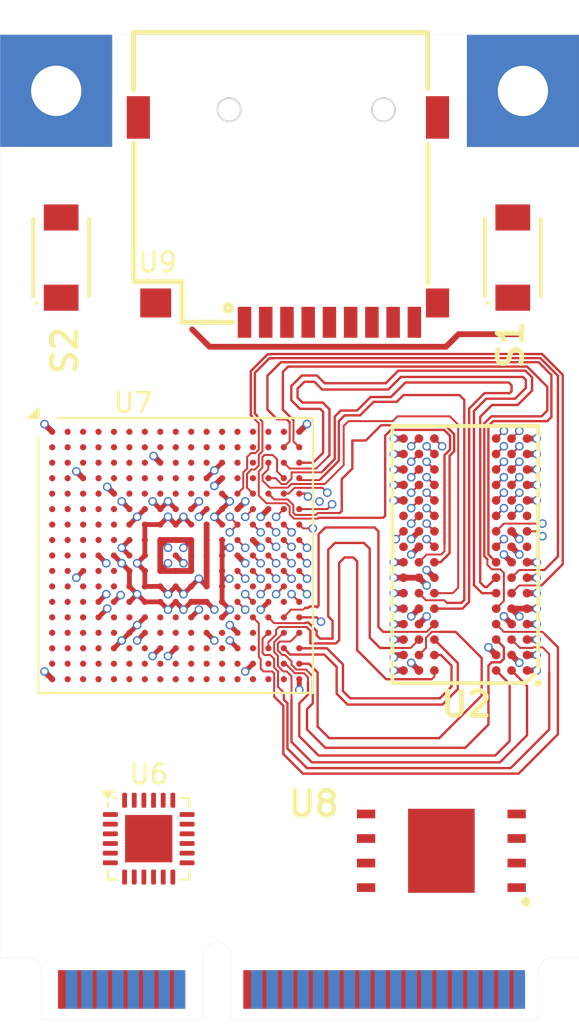
<source format=kicad_pcb>
(kicad_pcb (version 20241229) (generator "pcbnew") (generator_version "9.0")
  (layers (0 "F.Cu" signal) (4 "In1.Cu" power) (6 "In2.Cu" signal) (8 "In3.Cu" signal) (10 "In4.Cu" power) (2 "B.Cu" signal) (13 "F.Paste" user) (15 "B.Paste" user) (5 "F.SilkS" user "F.Silkscreen") (7 "B.SilkS" user "B.Silkscreen") (1 "F.Mask" user) (3 "B.Mask" user) (25 "Edge.Cuts" user))
  (net 0 "")
  (net 53 "GND")
  (net 54 "3V3_VDD")
  (net 55 "1V25_CORE")
  (net 56 "1V35_DDR")
  (net 57 "/POWER/VDDA1V1")
  (net 58 "/POWER/VDDA1V8")
  (net 59 "/POWER/VREF+")
  (net 60 "/MPU-IO/NRST")
  (net 61 "/DDR3/DDR_VREF")
  (net 62 "/POWER/VDD3V3_USBHS")
  (net 63 "/POWER/VBAT")
  (net 64 "/MPU-IO/PWR_ON")
  (net 65 "/DDR3/DDR_CLK_N")
  (net 66 "/DDR3/DDR_CLK_P")
  (net 67 "/DDR3/ZQ")
  (net 68 "/DDR3/DDR_CKE")
  (net 69 "/DDR3/DDR_RESETN")
  (net 70 "/DDR3/DDR_D1")
  (net 71 "/DDR3/DDR_D13")
  (net 72 "/DDR3/DDR_D6")
  (net 73 "/DDR3/DDR_D3")
  (net 74 "/DDR3/DDR_BA1")
  (net 75 "/DDR3/DDR_DQS0N")
  (net 76 "/DDR3/DDR_RASN")
  (net 77 "/DDR3/DDR_DQS1N")
  (net 78 "/DDR3/DDR_D4")
  (net 79 "/DDR3/DDR_BA0")
  (net 80 "/DDR3/DDR_A4")
  (net 81 "/DDR3/DDR_A2")
  (net 82 "/DDR3/DDR_A6")
  (net 83 "/DDR3/DDR_A11")
  (net 84 "/DDR3/DDR_A1")
  (net 85 "/DDR3/DDR_A5")
  (net 86 "/DDR3/DDR_DQS1P")
  (net 88 "/DDR3/DDR_D0")
  (net 89 "/DDR3/DDR_DQS0P")
  (net 90 "/DDR3/DDR_CSN")
  (net 91 "/DDR3/DDR_A0")
  (net 92 "/DDR3/DDR_A13")
  (net 93 "/DDR3/DDR_ODT")
  (net 94 "/DDR3/DDR_DQM1")
  (net 95 "/DDR3/DDR_A15")
  (net 96 "/DDR3/DDR_A7")
  (net 97 "/DDR3/DDR_D10")
  (net 98 "/DDR3/DDR_D12")
  (net 99 "/DDR3/DDR_BA2")
  (net 100 "/DDR3/DDR_D15")
  (net 102 "/DDR3/DDR_A10")
  (net 103 "/DDR3/DDR_D2")
  (net 104 "/DDR3/DDR_WEN")
  (net 105 "/DDR3/DDR_D8")
  (net 106 "/DDR3/DDR_A9")
  (net 107 "/DDR3/DDR_A3")
  (net 108 "/DDR3/DDR_D5")
  (net 109 "/DDR3/DDR_D14")
  (net 110 "/DDR3/DDR_A14")
  (net 111 "/DDR3/DDR_A12")
  (net 112 "/DDR3/DDR_A8")
  (net 114 "/DDR3/DDR_D11")
  (net 115 "/DDR3/DDR_D7")
  (net 116 "/DDR3/DDR_D9")
  (net 117 "/DDR3/DDR_DQM0")
  (net 118 "/DDR3/DDR_CASN")
  (footprint "ThingsCore-1:BGA96C80P9X16_750X1330X120" (layer "F.Cu") (at 36.5 39.3 180)
    (property "Reference" "U2")
    (property "Value" "K4B4G1646E-BYMA" (hide yes))
  )
  (footprint "ThingsCore-1:LFBGA-289_14x14mm_Layout17x17_P0.8mm" (layer "F.Cu") (at 21.5 39.35)
    (property "Reference" "U7")
    (property "Value" "STM32MP133DAE7")
  )
  (footprint "ThingsCore-1:TS1088AR02016" (layer "F.Cu") (at 15.5625 23.9375 90)
    (property "Reference" "S2")
    (property "Value" "TS-1088-AR02016" (hide yes))
  )
  (footprint "Package_DFN_QFN:VQFN-24-1EP_4x4mm_P0.5mm_EP2.45x2.45mm" (layer "F.Cu") (at 20.1 54)
    (property "Reference" "U6")
    (property "Value" "LAN8742A")
  )
  (footprint "ThingsCore-1:SON127P800X600X80-9N-D" (layer "F.Cu") (at 35.2625 54.6275 180)
    (property "Reference" "U8")
    (property "Value" "W25Q256JVEIQ" (hide yes))
  )
  (footprint "ThingsCore-1:TS1088AR02016" (layer "F.Cu") (at 38.9625 23.9375 90)
    (property "Reference" "S1")
    (property "Value" "TS-1088-AR02016" (hide yes))
  )
  (footprint "ThingsCore-1:TF-PUSH" (layer "F.Cu") (at 18.43245 28.591495)
    (property "Reference" "U9")
    (property "Value" "TF-PUSH")
    (fp_poly (pts (xy 5.23012 -12.30597) (xy 5.23012 -12.42532) (xy 5.32147 -12.64584) (xy 5.49025 -12.81463) (xy 5.71077 -12.90597) (xy 5.94947 -12.90597) (xy 6.16999 -12.81463) (xy 6.33877 -12.64584) (xy 6.43012 -12.42532) (xy 6.43012 -12.30597) (xy 6.43012 -12.18662) (xy 6.33877 -11.9661) (xy 6.16999 -11.79732) (xy 5.94947 -11.70597) (xy 5.71077 -11.70597) (xy 5.49025 -11.79732) (xy 5.32147 -11.9661) (xy 5.23012 -12.18662)) (stroke (width 0.1)) (fill no) (layer "Edge.Cuts"))
    (fp_poly (pts (xy 13.23011 -12.30597) (xy 13.23011 -12.42532) (xy 13.32145 -12.64584) (xy 13.49023 -12.81463) (xy 13.71076 -12.90597) (xy 13.94945 -12.90597) (xy 14.16998 -12.81463) (xy 14.33876 -12.64584) (xy 14.4301 -12.42532) (xy 14.4301 -12.30597) (xy 14.4301 -12.18662) (xy 14.33876 -11.9661) (xy 14.16998 -11.79732) (xy 13.94945 -11.70597) (xy 13.71076 -11.70597) (xy 13.49023 -11.79732) (xy 13.32145 -11.9661) (xy 13.23011 -12.18662)) (stroke (width 0.1)) (fill no) (layer "Edge.Cuts"))
  )
  (footprint "ThingsCore-1:PCIE-52P-EDGEFULL" (layer "F.Cu") (at 27.4 63.3525)
    (property "Reference" "U1" (hide yes))
    (property "Value" "~" (hide yes))
    (fp_line (start -15 -50.95) (end -15 -3.2) (stroke (width 0.01)) (layer "Edge.Cuts"))
    (fp_line (start -13.65 -3.2) (end -15 -3.2) (stroke (width 0.01)) (layer "Edge.Cuts"))
    (fp_line (start -12.85 0) (end -12.85 -2.4) (stroke (width 0.01)) (layer "Edge.Cuts"))
    (fp_line (start -4.5 0) (end -12.85 0) (stroke (width 0.01)) (layer "Edge.Cuts"))
    (fp_line (start -4.5 0) (end -4.5 -3.25) (stroke (width 0.01)) (layer "Edge.Cuts"))
    (fp_line (start -3 0) (end -3 -3.25) (stroke (width 0.01)) (layer "Edge.Cuts"))
    (fp_line (start -3 0) (end 12.85 0) (stroke (width 0.01)) (layer "Edge.Cuts"))
    (fp_line (start 12.85 0) (end 12.85 -2.4) (stroke (width 0.01)) (layer "Edge.Cuts"))
    (fp_line (start 14.999356 -3.201176) (end 13.649356 -3.201176) (stroke (width 0.01)) (layer "Edge.Cuts"))
    (fp_line (start 15 -50.95) (end -15 -50.95) (stroke (width 0.01)) (layer "Edge.Cuts"))
    (fp_line (start 15 -3.2) (end 15 -50.95) (stroke (width 0.01)) (layer "Edge.Cuts"))
    (fp_arc (start -13.65 -3.2) (mid -13.084315 -2.965685) (end -12.85 -2.4) (stroke (width 0.01)) (layer "Edge.Cuts"))
    (fp_arc (start -4.5 -3.25) (mid -3.75 -4) (end -3 -3.25) (stroke (width 0.01)) (layer "Edge.Cuts"))
    (fp_arc (start 12.85 -2.4) (mid 13.084315 -2.965685) (end 13.65 -3.2) (stroke (width 0.01)) (layer "Edge.Cuts"))
  )
  (segment (start 35.5 28.55) (end 36.15 27.9) (width 0.3) (layer "F.Cu") (net 0))
  (segment (start 23.25 28.55) (end 35.5 28.55) (width 0.3) (layer "F.Cu") (net 0))
  (segment (start 22.35 27.65) (end 23.25 28.55) (width 0.3) (layer "F.Cu") (net 0))
  (segment (start 36.15 27.9) (end 39.2 27.9) (width 0.3) (layer "F.Cu") (net 0))
  (segment (start 17.9 39.75) (end 17.5 39.35) (width 0.25) (layer "F.Cu") (net 53))
  (segment (start 21.1 37.35) (end 21.5 37.75) (width 0.25) (layer "F.Cu") (net 53))
  (segment (start 34.1 38.9) (end 33.75 39.25) (width 0.3) (layer "F.Cu") (net 53))
  (segment (start 22.3 40.95) (end 21.9 41.35) (width 0.25) (layer "F.Cu") (net 53))
  (segment (start 19.9 40.95) (end 20.7 40.95) (width 0.25) (layer "F.Cu") (net 53))
  (segment (start 39.7 34.9) (end 40.2 34.9) (width 0.3) (layer "F.Cu") (net 53))
  (segment (start 38.9 42.1) (end 39.7 42.1) (width 0.3) (layer "F.Cu") (net 53))
  (segment (start 21.1 37.35) (end 20.7 37.75) (width 0.25) (layer "F.Cu") (net 53))
  (segment (start 18.3 36.15) (end 18 35.85) (width 0.3) (layer "F.Cu") (net 53))
  (segment (start 39.7 40.5) (end 40.2 40.5) (width 0.3) (layer "F.Cu") (net 53))
  (segment (start 33.3 41.3) (end 32.8 41.3) (width 0.3) (layer "F.Cu") (net 53))
  (segment (start 16.7 40.15) (end 16.35 40.5) (width 0.25) (layer "F.Cu") (net 53))
  (segment (start 18.3 44.15) (end 19.9 42.55) (width 0.25) (layer "F.Cu") (net 53))
  (segment (start 38.9 38.9) (end 39.25 39.25) (width 0.3) (layer "F.Cu") (net 53))
  (segment (start 24.300002 42.95) (end 24.7 43.35) (width 0.25) (layer "F.Cu") (net 53))
  (segment (start 21.9 37.35) (end 22.3 37.75) (width 0.25) (layer "F.Cu") (net 53))
  (segment (start 26.3 36.95) (end 25.9 37.35) (width 0.3) (layer "F.Cu") (net 53))
  (segment (start 19.9 37.75) (end 20.7 37.75) (width 0.25) (layer "F.Cu") (net 53))
  (segment (start 33.3 33.3) (end 32.8 33.3) (width 0.3) (layer "F.Cu") (net 53))
  (segment (start 19.5 39.75) (end 19.9 40.15) (width 0.25) (layer "F.Cu") (net 53))
  (segment (start 34.1 42.1) (end 34.055044 42.1) (width 0.3) (layer "F.Cu") (net 53))
  (segment (start 39.7 36.5) (end 40.2 36.5) (width 0.3) (layer "F.Cu") (net 53))
  (segment (start 38.9 42.1) (end 39.25 42.45) (width 0.3) (layer "F.Cu") (net 53))
  (segment (start 21.5 40.95) (end 21.9 41.35) (width 0.25) (layer "F.Cu") (net 53))
  (segment (start 22.3 42.55) (end 22.7 42.15) (width 0.25) (layer "F.Cu") (net 53))
  (segment (start 20.7 44.15) (end 20.3 44.55) (width 0.25) (layer "F.Cu") (net 53))
  (segment (start 33.3 34.9) (end 32.8 34.9) (width 0.3) (layer "F.Cu") (net 53))
  (segment (start 18.3 41.75) (end 18.65 41.4) (width 0.25) (layer "F.Cu") (net 53))
  (segment (start 24.7 36.95) (end 25.1 36.55) (width 0.3) (layer "F.Cu") (net 53))
  (segment (start 19.5 39.75) (end 19.9 39.35) (width 0.25) (layer "F.Cu") (net 53))
  (segment (start 25.9 42.149998) (end 26.3 41.75) (width 0.25) (layer "F.Cu") (net 53))
  (segment (start 25.5 38.55) (end 25.9 38.95) (width 0.3) (layer "F.Cu") (net 53))
  (segment (start 38.1 44.5) (end 37.75 44.15) (width 0.3) (layer "F.Cu") (net 53))
  (segment (start 34.1 40.5) (end 33.3 40.5) (width 0.3) (layer "F.Cu") (net 53))
  (segment (start 14.7 32.55) (end 15.1 32.95) (width 0.3) (layer "F.Cu") (net 53))
  (segment (start 19.9 39.35) (end 19.9 38.55) (width 0.25) (layer "F.Cu") (net 53))
  (segment (start 20.7 34.55) (end 20.4 34.25) (width 0.3) (layer "F.Cu") (net 53))
  (segment (start 22.3 40.95) (end 22.7 40.55) (width 0.25) (layer "F.Cu") (net 53))
  (segment (start 14.7 45.35) (end 15.1 45.75) (width 0.3) (layer "F.Cu") (net 53))
  (segment (start 17.5 42.55) (end 17.95 42.1) (width 0.25) (layer "F.Cu") (net 53))
  (segment (start 23.9 35.35) (end 23.5 35.75) (width 0.3) (layer "F.Cu") (net 53))
  (segment (start 34.1 42.9) (end 34.45 42.55) (width 0.3) (layer "F.Cu") (net 53))
  (segment (start 33.3 44.5) (end 32.91985 44.5) (width 0.3) (layer "F.Cu") (net 53))
  (segment (start 23.1 37.75) (end 23.1 40.95) (width 0.3) (layer "F.Cu") (net 53))
  (segment (start 23.1 40.95) (end 22.7 40.55) (width 0.25) (layer "F.Cu") (net 53))
  (segment (start 27.9 45.75) (end 27.9 46.3) (width 0.25) (layer "F.Cu") (net 53))
  (segment (start 25.1 45.349998) (end 25.5 44.95) (width 0.25) (layer "F.Cu") (net 53))
  (segment (start 34.1 40.5) (end 34.45 40.85) (width 0.3) (layer "F.Cu") (net 53))
  (segment (start 33.3 40.5) (end 32.8 40.5) (width 0.3) (layer "F.Cu") (net 53))
  (segment (start 20.7 40.95) (end 21.1 41.35) (width 0.25) (layer "F.Cu") (net 53))
  (segment (start 39.7 33.3) (end 40.2 33.3) (width 0.3) (layer "F.Cu") (net 53))
  (segment (start 32.91985 44.5) (end 32.8 44.61985) (width 0.3) (layer "F.Cu") (net 53))
  (segment (start 27.9 32.95) (end 28.25 32.6) (width 0.3) (layer "F.Cu") (net 53))
  (segment (start 33.3 36.5) (end 32.8 36.5) (width 0.3) (layer "F.Cu") (net 53))
  (segment (start 39.7 44.5) (end 40.2 44.5) (width 0.3) (layer "F.Cu") (net 53))
  (segment (start 23.1 43.35) (end 23.5 43.75) (width 0.25) (layer "F.Cu") (net 53))
  (segment (start 19.9 38.55) (end 19.9 37.75) (width 0.25) (layer "F.Cu") (net 53))
  (segment (start 39.7 42.9) (end 40.2 42.9) (width 0.3) (layer "F.Cu") (net 53))
  (segment (start 21.5 40.95) (end 21.1 41.35) (width 0.25) (layer "F.Cu") (net 53))
  (segment (start 34.1 42.1) (end 33.75 42.45) (width 0.3) (layer "F.Cu") (net 53))
  (segment (start 21.5 37.75) (end 21.9 37.35) (width 0.25) (layer "F.Cu") (net 53))
  (segment (start 16.7 35.35) (end 16.4 35.05) (width 0.3) (layer "F.Cu") (net 53))
  (segment (start 33.3 45.3) (end 32.8 45.3) (width 0.3) (layer "F.Cu") (net 53))
  (segment (start 39.7 42.1) (end 40.2 42.1) (width 0.3) (layer "F.Cu") (net 53))
  (segment (start 21.9 39.75) (end 21.5 39.35) (width 0.25) (layer "F.Cu") (net 53))
  (segment (start 19.9 40.95) (end 19.9 40.15) (width 0.25) (layer "F.Cu") (net 53))
  (via (at 22.7 42.149998) (size 0.45) (drill 0.3) (layers "F.Cu" "B.Cu") (net 53))
  (via (at 20.35 34.2) (size 0.45) (drill 0.3) (layers "F.Cu" "B.Cu") (net 53))
  (via (at 32.8 45.3) (size 0.45) (drill 0.3) (layers "F.Cu" "B.Cu") (net 53))
  (via (at 21.9 41.35) (size 0.45) (drill 0.3) (layers "F.Cu" "B.Cu") (net 53))
  (via (at 25.1 36.55) (size 0.45) (drill 0.3) (layers "F.Cu" "B.Cu") (net 53))
  (via (at 40.2 42.1) (size 0.45) (drill 0.3) (layers "F.Cu" "B.Cu") (net 53))
  (via (at 33.7 42.5) (size 0.45) (drill 0.3) (layers "F.Cu" "B.Cu") (net 53))
  (via (at 39.3 39.3) (size 0.45) (drill 0.3) (layers "F.Cu" "B.Cu") (net 53))
  (via (at 40.2 33.3) (size 0.45) (drill 0.3) (layers "F.Cu" "B.Cu") (net 53))
  (via (at 21.9 37.35) (size 0.45) (drill 0.3) (layers "F.Cu" "B.Cu") (net 53))
  (via (at 17.95 42.1) (size 0.45) (drill 0.3) (layers "F.Cu" "B.Cu") (net 53))
  (via (at 19.5 39.75) (size 0.45) (drill 0.3) (layers "F.Cu" "B.Cu") (net 53))
  (via (at 32.8 36.5) (size 0.45) (drill 0.3) (layers "F.Cu" "B.Cu") (net 53))
  (via (at 33.7 39.3) (size 0.45) (drill 0.3) (layers "F.Cu" "B.Cu") (net 53))
  (via (at 34.5 42.5) (size 0.45) (drill 0.3) (layers "F.Cu" "B.Cu") (net 53))
  (via (at 27.9 46.3) (size 0.45) (drill 0.3) (layers "F.Cu" "B.Cu") (net 53))
  (via (at 22.7 40.55) (size 0.45) (drill 0.3) (layers "F.Cu" "B.Cu") (net 53))
  (via (at 25.9 42.149998) (size 0.45) (drill 0.3) (layers "F.Cu" "B.Cu") (net 53))
  (via (at 40.2 42.9) (size 0.45) (drill 0.3) (layers "F.Cu" "B.Cu") (net 53))
  (via (at 21.9 39.75) (size 0.45) (drill 0.3) (layers "F.Cu" "B.Cu") (net 53))
  (via (at 40.2 44.5) (size 0.45) (drill 0.3) (layers "F.Cu" "B.Cu") (net 53))
  (via (at 25.9 37.35) (size 0.45) (drill 0.3) (layers "F.Cu" "B.Cu") (net 53))
  (via (at 40.2 34.9) (size 0.45) (drill 0.3) (layers "F.Cu" "B.Cu") (net 53))
  (via (at 28.95 36.55) (size 0.45) (drill 0.3) (layers "F.Cu" "B.Cu") (net 53))
  (via (at 37.7 44.1) (size 0.45) (drill 0.3) (layers "F.Cu" "B.Cu") (net 53))
  (via (at 40.2 36.5) (size 0.45) (drill 0.3) (layers "F.Cu" "B.Cu") (net 53))
  (via (at 32.8 44.61985) (size 0.45) (drill 0.3) (layers "F.Cu" "B.Cu") (net 53))
  (via (at 40.2 40.5) (size 0.45) (drill 0.3) (layers "F.Cu" "B.Cu") (net 53))
  (via (at 28.3 32.55) (size 0.45) (drill 0.3) (layers "F.Cu" "B.Cu") (net 53))
  (via (at 16.35 35) (size 0.45) (drill 0.3) (layers "F.Cu" "B.Cu") (net 53))
  (via (at 19.5 42.95) (size 0.45) (drill 0.3) (layers "F.Cu" "B.Cu") (net 53))
  (via (at 17.95 35.8) (size 0.45) (drill 0.3) (layers "F.Cu" "B.Cu") (net 53))
  (via (at 32.8 40.5) (size 0.45) (drill 0.3) (layers "F.Cu" "B.Cu") (net 53))
  (via (at 23.5 35.75) (size 0.45) (drill 0.3) (layers "F.Cu" "B.Cu") (net 53))
  (via (at 32.8 41.3) (size 0.45) (drill 0.3) (layers "F.Cu" "B.Cu") (net 53))
  (via (at 24.300002 42.95) (size 0.45) (drill 0.3) (layers "F.Cu" "B.Cu") (net 53))
  (via (at 16.35 40.5) (size 0.45) (drill 0.3) (layers "F.Cu" "B.Cu") (net 53))
  (via (at 25.9 38.95) (size 0.45) (drill 0.3) (layers "F.Cu" "B.Cu") (net 53))
  (via (at 32.8 33.3) (size 0.45) (drill 0.3) (layers "F.Cu" "B.Cu") (net 53))
  (via (at 34.5 40.9) (size 0.45) (drill 0.3) (layers "F.Cu" "B.Cu") (net 53))
  (via (at 32.8 34.9) (size 0.45) (drill 0.3) (layers "F.Cu" "B.Cu") (net 53))
  (via (at 23.500002 43.75) (size 0.45) (drill 0.3) (layers "F.Cu" "B.Cu") (net 53))
  (via (at 20.3 44.550002) (size 0.45) (drill 0.3) (layers "F.Cu" "B.Cu") (net 53))
  (via (at 21.1 37.35) (size 0.45) (drill 0.3) (layers "F.Cu" "B.Cu") (net 53))
  (via (at 14.7 45.35) (size 0.45) (drill 0.3) (layers "F.Cu" "B.Cu") (net 53))
  (via (at 18.65 41.4) (size 0.45) (drill 0.3) (layers "F.Cu" "B.Cu") (net 53))
  (via (at 21.1 41.35) (size 0.45) (drill 0.3) (layers "F.Cu" "B.Cu") (net 53))
  (via (at 18.7 43.75) (size 0.45) (drill 0.3) (layers "F.Cu" "B.Cu") (net 53))
  (via (at 25.1 45.349998) (size 0.45) (drill 0.3) (layers "F.Cu" "B.Cu") (net 53))
  (via (at 39.3 42.5) (size 0.45) (drill 0.3) (layers "F.Cu" "B.Cu") (net 53))
  (via (at 17.9 39.75) (size 0.45) (drill 0.3) (layers "F.Cu" "B.Cu") (net 53))
  (via (at 14.7 32.55) (size 0.45) (drill 0.3) (layers "F.Cu" "B.Cu") (net 53))
  (segment (start 21.5 41.75) (end 21.1 42.15) (width 0.25) (layer "F.Cu") (net 54))
  (segment (start 18.3 39.35) (end 19.1 40.15) (width 0.25) (layer "F.Cu") (net 54))
  (segment (start 19.1 40.95) (end 19.5 41.35) (width 0.25) (layer "F.Cu") (net 54))
  (segment (start 19.1 40.15) (end 19.1 40.95) (width 0.25) (layer "F.Cu") (net 54))
  (segment (start 21.5 41.75) (end 21.9 42.15) (width 0.25) (layer "F.Cu") (net 54))
  (segment (start 19.1 37.75) (end 19.9 36.95) (width 0.25) (layer "F.Cu") (net 54))
  (segment (start 22.3 36.95) (end 22.7 36.55) (width 0.25) (layer "F.Cu") (net 54))
  (segment (start 17.5 41.75) (end 17.9 41.35) (width 0.25) (layer "F.Cu") (net 54))
  (segment (start 24.7 44.15) (end 24.3 43.75) (width 0.25) (layer "F.Cu") (net 54))
  (segment (start 23.1 35.35) (end 23.9 34.55) (width 0.25) (layer "F.Cu") (net 54))
  (segment (start 19.9 43.35) (end 19.5 43.75) (width 0.25) (layer "F.Cu") (net 54))
  (segment (start 23.1 41.75) (end 23.5 42.15) (width 0.25) (layer "F.Cu") (net 54))
  (segment (start 23.1 36.95) (end 22.7 37.35) (width 0.25) (layer "F.Cu") (net 54))
  (segment (start 19.9 41.75) (end 20.7 41.75) (width 0.25) (layer "F.Cu") (net 54))
  (segment (start 19.1 41.75) (end 19.5 41.35) (width 0.25) (layer "F.Cu") (net 54))
  (segment (start 19.5 41.35) (end 19.9 41.75) (width 0.25) (layer "F.Cu") (net 54))
  (segment (start 21.5 44.15) (end 21.1 44.55) (width 0.25) (layer "F.Cu") (net 54))
  (segment (start 21.9 42.15) (end 22.3 41.75) (width 0.25) (layer "F.Cu") (net 54))
  (segment (start 22.3 41.75) (end 23.1 41.75) (width 0.3) (layer "F.Cu") (net 54))
  (segment (start 20.7 41.75) (end 21.1 42.15) (width 0.25) (layer "F.Cu") (net 54))
  (via (at 22.7 36.550002) (size 0.45) (drill 0.3) (layers "F.Cu" "B.Cu") (net 54))
  (via (at 22.7 37.349998) (size 0.45) (drill 0.3) (layers "F.Cu" "B.Cu") (net 54))
  (via (at 17.9 41.35) (size 0.45) (drill 0.3) (layers "F.Cu" "B.Cu") (net 54))
  (via (at 23.5 42.15) (size 0.45) (drill 0.3) (layers "F.Cu" "B.Cu") (net 54))
  (via (at 18.7 39.75) (size 0.45) (drill 0.3) (layers "F.Cu" "B.Cu") (net 54))
  (via (at 21.9 42.15) (size 0.45) (drill 0.3) (layers "F.Cu" "B.Cu") (net 54))
  (via (at 23.5 34.95) (size 0.45) (drill 0.3) (layers "F.Cu" "B.Cu") (net 54))
  (via (at 19.5 37.35) (size 0.45) (drill 0.3) (layers "F.Cu" "B.Cu") (net 54))
  (via (at 19.5 41.35) (size 0.45) (drill 0.3) (layers "F.Cu" "B.Cu") (net 54))
  (via (at 21.1 44.550002) (size 0.45) (drill 0.3) (layers "F.Cu" "B.Cu") (net 54))
  (via (at 21.1 42.15) (size 0.45) (drill 0.3) (layers "F.Cu" "B.Cu") (net 54))
  (via (at 19.5 43.750002) (size 0.45) (drill 0.3) (layers "F.Cu" "B.Cu") (net 54))
  (via (at 24.299998 43.75) (size 0.45) (drill 0.3) (layers "F.Cu" "B.Cu") (net 54))
  (segment (start 20.7 39.35) (end 20.7 40.15) (width 0.3) (layer "F.Cu") (net 55))
  (segment (start 22.3 39.35) (end 22.3 38.55) (width 0.3) (layer "F.Cu") (net 55))
  (segment (start 24.7 39.35) (end 25.1 39.75) (width 0.3) (layer "F.Cu") (net 55))
  (segment (start 22.3 38.55) (end 21.5 38.55) (width 0.3) (layer "F.Cu") (net 55))
  (segment (start 20.7 36.95) (end 21.1 36.55) (width 0.25) (layer "F.Cu") (net 55))
  (segment (start 21.9 38.95) (end 22.3 38.55) (width 0.25) (layer "F.Cu") (net 55))
  (segment (start 19.1 38.55) (end 18.7 38.95) (width 0.25) (layer "F.Cu") (net 55))
  (segment (start 21.5 36.95) (end 21.1 36.55) (width 0.25) (layer "F.Cu") (net 55))
  (segment (start 19.1 36.95) (end 18.75 36.6) (width 0.25) (layer "F.Cu") (net 55))
  (segment (start 20.7 36.95) (end 20.35 36.6) (width 0.25) (layer "F.Cu") (net 55))
  (segment (start 20.7 38.55) (end 21.5 38.55) (width 0.3) (layer "F.Cu") (net 55))
  (segment (start 19.1 39.35) (end 18.7 38.95) (width 0.25) (layer "F.Cu") (net 55))
  (segment (start 20.7 38.55) (end 20.7 39.35) (width 0.3) (layer "F.Cu") (net 55))
  (segment (start 22.3 40.15) (end 21.5 40.15) (width 0.3) (layer "F.Cu") (net 55))
  (segment (start 21.1 39.75) (end 20.7 40.15) (width 0.25) (layer "F.Cu") (net 55))
  (segment (start 22.3 39.35) (end 22.3 40.15) (width 0.3) (layer "F.Cu") (net 55))
  (segment (start 21.1 38.95) (end 20.7 38.55) (width 0.25) (layer "F.Cu") (net 55))
  (segment (start 21.5 40.15) (end 20.7 40.15) (width 0.3) (layer "F.Cu") (net 55))
  (via (at 18.7 38.95) (size 0.45) (drill 0.3) (layers "F.Cu" "B.Cu") (net 55))
  (via (at 21.9 38.95) (size 0.45) (drill 0.3) (layers "F.Cu" "B.Cu") (net 55))
  (via (at 21.1 36.55) (size 0.45) (drill 0.3) (layers "F.Cu" "B.Cu") (net 55))
  (via (at 21.1 39.75) (size 0.45) (drill 0.3) (layers "F.Cu" "B.Cu") (net 55))
  (via (at 21.1 38.95) (size 0.45) (drill 0.3) (layers "F.Cu" "B.Cu") (net 55))
  (via (at 20.3 36.55) (size 0.45) (drill 0.3) (layers "F.Cu" "B.Cu") (net 55))
  (via (at 18.7 36.55) (size 0.45) (drill 0.3) (layers "F.Cu" "B.Cu") (net 55))
  (via (at 25.1 39.75) (size 0.45) (drill 0.3) (layers "F.Cu" "B.Cu") (net 55))
  (segment (start 33.3 35.7) (end 32.8 35.7) (width 0.3) (layer "F.Cu") (net 56))
  (segment (start 34.9 40.5) (end 34.55 40.15) (width 0.3) (layer "F.Cu") (net 56))
  (segment (start 23.9 36.15) (end 24.3 36.55) (width 0.25) (layer "F.Cu") (net 56))
  (segment (start 33.3 43.7) (end 32.8 43.7) (width 0.3) (layer "F.Cu") (net 56))
  (segment (start 23.9 41.75) (end 23.9 38.55) (width 0.25) (layer "F.Cu") (net 56))
  (segment (start 39.7 43.7) (end 40.2 43.7) (width 0.3) (layer "F.Cu") (net 56))
  (segment (start 39.7 34.1) (end 40.2 34.1) (width 0.3) (layer "F.Cu") (net 56))
  (segment (start 23.955643 40.555643) (end 24.267475 40.555643) (width 0.25) (layer "F.Cu") (net 56))
  (segment (start 39.7 45.3) (end 40.2 45.3) (width 0.3) (layer "F.Cu") (net 56))
  (segment (start 23.9 36.95) (end 23.5 37.35) (width 0.25) (layer "F.Cu") (net 56))
  (segment (start 38.9 44.5) (end 39.25 44.85) (width 0.3) (layer "F.Cu") (net 56))
  (segment (start 38.9 39.7) (end 38.55 39.35) (width 0.3) (layer "F.Cu") (net 56))
  (segment (start 23.9 37.75) (end 23.5 37.35) (width 0.25) (layer "F.Cu") (net 56))
  (segment (start 39.7 35.7) (end 40.2 35.7) (width 0.3) (layer "F.Cu") (net 56))
  (segment (start 23.9 36.95) (end 24.3 36.55) (width 0.25) (layer "F.Cu") (net 56))
  (segment (start 33.3 42.9) (end 32.8 42.9) (width 0.3) (layer "F.Cu") (net 56))
  (segment (start 33.3 34.1) (end 32.8 34.1) (width 0.3) (layer "F.Cu") (net 56))
  (segment (start 39.7 41.3) (end 40.2 41.3) (width 0.3) (layer "F.Cu") (net 56))
  (segment (start 23.9 37.75) (end 23.9 37.749998) (width 0.25) (layer "F.Cu") (net 56))
  (segment (start 24.267475 40.555643) (end 24.273127 40.549991) (width 0.25) (layer "F.Cu") (net 56))
  (segment (start 33.3 39.7) (end 32.8 39.7) (width 0.3) (layer "F.Cu") (net 56))
  (segment (start 23.9 42.55) (end 24.3 42.15) (width 0.25) (layer "F.Cu") (net 56))
  (segment (start 23.976479 38.947807) (end 24.288311 38.947807) (width 0.25) (layer "F.Cu") (net 56))
  (segment (start 34.1 38.1) (end 33.75 38.45) (width 0.3) (layer "F.Cu") (net 56))
  (segment (start 33.3 42.1) (end 32.8 42.1) (width 0.3) (layer "F.Cu") (net 56))
  (segment (start 34.1 45.3) (end 33.75 44.95) (width 0.3) (layer "F.Cu") (net 56))
  (segment (start 38.9 42.9) (end 38.55 42.55) (width 0.3) (layer "F.Cu") (net 56))
  (segment (start 38.9 38.1) (end 39.25 38.45) (width 0.3) (layer "F.Cu") (net 56))
  (segment (start 24.3 42.15) (end 23.9 41.75) (width 0.25) (layer "F.Cu") (net 56))
  (via (at 24.299998 36.55) (size 0.45) (drill 0.3) (layers "F.Cu" "B.Cu") (net 56))
  (via (at 33.7 38.5) (size 0.45) (drill 0.3) (layers "F.Cu" "B.Cu") (net 56))
  (via (at 40.2 41.3) (size 0.45) (drill 0.3) (layers "F.Cu" "B.Cu") (net 56))
  (via (at 32.8 42.1) (size 0.45) (drill 0.3) (layers "F.Cu" "B.Cu") (net 56))
  (via (at 32.8 35.7) (size 0.45) (drill 0.3) (layers "F.Cu" "B.Cu") (net 56))
  (via (at 32.8 43.7) (size 0.45) (drill 0.3) (layers "F.Cu" "B.Cu") (net 56))
  (via (at 32.8 39.7) (size 0.45) (drill 0.3) (layers "F.Cu" "B.Cu") (net 56))
  (via (at 40.2 43.7) (size 0.45) (drill 0.3) (layers "F.Cu" "B.Cu") (net 56))
  (via (at 32.8 42.9) (size 0.45) (drill 0.3) (layers "F.Cu" "B.Cu") (net 56))
  (via (at 34.5 40.1) (size 0.45) (drill 0.3) (layers "F.Cu" "B.Cu") (net 56))
  (via (at 24.293963 38.942155) (size 0.45) (drill 0.3) (layers "F.Cu" "B.Cu") (net 56))
  (via (at 39.3 44.9) (size 0.45) (drill 0.3) (layers "F.Cu" "B.Cu") (net 56))
  (via (at 38.5 39.3) (size 0.45) (drill 0.3) (layers "F.Cu" "B.Cu") (net 56))
  (via (at 40.2 34.1) (size 0.45) (drill 0.3) (layers "F.Cu" "B.Cu") (net 56))
  (via (at 39.3 38.5) (size 0.45) (drill 0.3) (layers "F.Cu" "B.Cu") (net 56))
  (via (at 40.2 45.3) (size 0.45) (drill 0.3) (layers "F.Cu" "B.Cu") (net 56))
  (via (at 38.5 42.5) (size 0.45) (drill 0.3) (layers "F.Cu" "B.Cu") (net 56))
  (via (at 33.7 44.9) (size 0.45) (drill 0.3) (layers "F.Cu" "B.Cu") (net 56))
  (via (at 23.500002 37.35) (size 0.45) (drill 0.3) (layers "F.Cu" "B.Cu") (net 56))
  (via (at 24.3 42.15) (size 0.45) (drill 0.3) (layers "F.Cu" "B.Cu") (net 56))
  (via (at 40.2 35.7) (size 0.45) (drill 0.3) (layers "F.Cu" "B.Cu") (net 56))
  (via (at 24.273127 40.549991) (size 0.45) (drill 0.3) (layers "F.Cu" "B.Cu") (net 56))
  (via (at 32.8 34.1) (size 0.45) (drill 0.3) (layers "F.Cu" "B.Cu") (net 56))
  (segment (start 24.7 41.75) (end 25.1 42.15) (width 0.1) (layer "F.Cu") (net 61))
  (segment (start 39.7 39.7) (end 40.2 39.7) (width 0.3) (layer "F.Cu") (net 61))
  (segment (start 34.1 36.5) (end 33.7 36.9) (width 0.1) (layer "F.Cu") (net 61))
  (via (at 25.1 42.15) (size 0.45) (drill 0.3) (layers "F.Cu" "B.Cu") (net 61))
  (via (at 40.2 39.7) (size 0.45) (drill 0.3) (layers "F.Cu" "B.Cu") (net 61))
  (via (at 33.7 36.9) (size 0.45) (drill 0.3) (layers "F.Cu" "B.Cu") (net 61))
  (segment (start 34.9 38.1) (end 34.5 37.7) (width 0.1) (layer "F.Cu") (net 65))
  (segment (start 27.9 39.35) (end 28.3 39.75) (width 0.1) (layer "F.Cu") (net 65))
  (via (at 34.5 37.7) (size 0.45) (drill 0.3) (layers "F.Cu" "B.Cu") (net 65))
  (via (at 28.3 39.75) (size 0.45) (drill 0.3) (layers "F.Cu" "B.Cu") (net 65))
  (segment (start 34.9 38.9) (end 34.5 38.5) (width 0.1) (layer "F.Cu") (net 66))
  (segment (start 27.1 39.35) (end 27.5 39.75) (width 0.1) (layer "F.Cu") (net 66))
  (via (at 27.5 39.75) (size 0.45) (drill 0.3) (layers "F.Cu" "B.Cu") (net 66))
  (via (at 34.5 38.5) (size 0.45) (drill 0.3) (layers "F.Cu" "B.Cu") (net 66))
  (segment (start 28.8 42.55) (end 29.025 42.775) (width 0.1217) (layer "F.Cu") (net 67))
  (segment (start 27.9 42.55) (end 28.8 42.55) (width 0.1217) (layer "F.Cu") (net 67))
  (segment (start 34.1 37.3) (end 33.7 37.7) (width 0.1) (layer "F.Cu") (net 67))
  (via (at 29.025 42.775) (size 0.45) (drill 0.3) (layers "F.Cu" "B.Cu") (net 67))
  (via (at 33.7 37.7) (size 0.45) (drill 0.3) (layers "F.Cu" "B.Cu") (net 67))
  (segment (start 25.5 40.15) (end 25.9 40.55) (width 0.1) (layer "F.Cu") (net 68))
  (segment (start 33.3 38.1) (end 32.9 38.5) (width 0.1) (layer "F.Cu") (net 68))
  (via (at 32.9 38.5) (size 0.45) (drill 0.3) (layers "F.Cu" "B.Cu") (net 68))
  (via (at 25.9 40.55) (size 0.45) (drill 0.3) (layers "F.Cu" "B.Cu") (net 68))
  (segment (start 38.9 33.3) (end 39.3 32.9) (width 0.1) (layer "F.Cu") (net 69))
  (segment (start 28.2 36.15) (end 28.35 36.3) (width 0.1217) (layer "F.Cu") (net 69))
  (segment (start 27.9 36.15) (end 28.2 36.15) (width 0.1217) (layer "F.Cu") (net 69))
  (via (at 39.3 32.9) (size 0.45) (drill 0.3) (layers "F.Cu" "B.Cu") (net 69))
  (via (at 28.35 36.3) (size 0.45) (drill 0.3) (layers "F.Cu" "B.Cu") (net 69))
  (segment (start 29.225 35.65) (end 30.2 34.675) (width 0.1) (layer "F.Cu") (net 70))
  (segment (start 36.1 32.55061) (end 36.13525 32.58586) (width 0.1) (layer "F.Cu") (net 70))
  (segment (start 27.49438 35.65) (end 29.225 35.65) (width 0.1) (layer "F.Cu") (net 70))
  (segment (start 27.30338 35.841) (end 27.49438 35.65) (width 0.1) (layer "F.Cu") (net 70))
  (segment (start 35.7 32.15) (end 36.1 32.55) (width 0.1) (layer "F.Cu") (net 70))
  (segment (start 32.988456 32.15) (end 35.7 32.15) (width 0.1) (layer "F.Cu") (net 70))
  (segment (start 25.999 35.185275) (end 25.999 35.474679) (width 0.1) (layer "F.Cu") (net 70))
  (segment (start 30.45 32.4) (end 32.738456 32.4) (width 0.1) (layer "F.Cu") (net 70))
  (segment (start 36.13525 41.01475) (end 35.85 41.3) (width 0.1) (layer "F.Cu") (net 70))
  (segment (start 26.3 34.884275) (end 25.999 35.185275) (width 0.1) (layer "F.Cu") (net 70))
  (segment (start 26.365321 35.841) (end 27.30338 35.841) (width 0.1) (layer "F.Cu") (net 70))
  (segment (start 35.85 41.3) (end 34.9 41.3) (width 0.1) (layer "F.Cu") (net 70))
  (segment (start 32.738456 32.4) (end 32.988456 32.15) (width 0.1) (layer "F.Cu") (net 70))
  (segment (start 30.2 34.675) (end 30.2 32.65) (width 0.1) (layer "F.Cu") (net 70))
  (segment (start 36.13525 32.58586) (end 36.13525 41.01475) (width 0.1) (layer "F.Cu") (net 70))
  (segment (start 36.1 32.55) (end 36.1 32.55061) (width 0.1) (layer "F.Cu") (net 70))
  (segment (start 30.2 32.65) (end 30.45 32.4) (width 0.1) (layer "F.Cu") (net 70))
  (segment (start 25.999 35.474679) (end 26.365321 35.841) (width 0.1) (layer "F.Cu") (net 70))
  (segment (start 26.3 34.55) (end 26.3 34.884275) (width 0.1) (layer "F.Cu") (net 70))
  (segment (start 38.9 45.3) (end 39.7 46.1) (width 0.1217) (layer "F.Cu") (net 71))
  (segment (start 38.3 50.05) (end 28.55 50.05) (width 0.1217) (layer "F.Cu") (net 71))
  (segment (start 26.791 44.535379) (end 26.791 45.066679) (width 0.1) (layer "F.Cu") (net 71))
  (segment (start 27.074321 45.35) (end 27.25 45.35) (width 0.1) (layer "F.Cu") (net 71))
  (segment (start 27.497114 45.597114) (end 27.497114 46.752886) (width 0.1) (layer "F.Cu") (net 71))
  (segment (start 26.601 44.345379) (end 26.791 44.535379) (width 0.1) (layer "F.Cu") (net 71))
  (segment (start 27.0813 43.35) (end 26.601 43.8303) (width 0.1) (layer "F.Cu") (net 71))
  (segment (start 27.497114 48.997114) (end 27.497114 46.752886) (width 0.1217) (layer "F.Cu") (net 71))
  (segment (start 26.601 43.8303) (end 26.601 44.345379) (width 0.1) (layer "F.Cu") (net 71))
  (segment (start 27.25 45.35) (end 27.497114 45.597114) (width 0.1) (layer "F.Cu") (net 71))
  (segment (start 28.55 50.05) (end 27.497114 48.997114) (width 0.1217) (layer "F.Cu") (net 71))
  (segment (start 26.791 45.066679) (end 27.074321 45.35) (width 0.1) (layer "F.Cu") (net 71))
  (segment (start 27.1 43.35) (end 27.0813 43.35) (width 0.1) (layer "F.Cu") (net 71))
  (segment (start 39.7 48.65) (end 38.3 50.05) (width 0.1217) (layer "F.Cu") (net 71))
  (segment (start 39.7 46.1) (end 39.7 48.65) (width 0.1217) (layer "F.Cu") (net 71))
  (segment (start 25.991 32.420886) (end 25.991 33.545206) (width 0.1) (layer "F.Cu") (net 72))
  (segment (start 39.3 40.1) (end 38.9 40.5) (width 0.1) (layer "F.Cu") (net 72))
  (segment (start 25.991 33.545206) (end 25.992 33.546207) (width 0.1) (layer "F.Cu") (net 72))
  (segment (start 25.8 34.7) (end 25.6 34.9) (width 0.1) (layer "F.Cu") (net 72))
  (segment (start 40.6 40.1) (end 41.3 39.4) (width 0.1217) (layer "F.Cu") (net 72))
  (segment (start 25.7 32.1) (end 25.7 32.129886) (width 0.1217) (layer "F.Cu") (net 72))
  (segment (start 25.7 32.129886) (end 25.991 32.420886) (width 0.1) (layer "F.Cu") (net 72))
  (segment (start 25.191 35.129114) (end 25.191 35.841) (width 0.1) (layer "F.Cu") (net 72))
  (segment (start 40.387689 29.1383) (end 26.51231 29.1383) (width 0.1217) (layer "F.Cu") (net 72))
  (segment (start 41.3 30.050611) (end 40.387689 29.1383) (width 0.1217) (layer "F.Cu") (net 72))
  (segment (start 25.8 34.145794) (end 25.8 34.7) (width 0.1) (layer "F.Cu") (net 72))
  (segment (start 40.5 40.1) (end 39.3 40.1) (width 0.1) (layer "F.Cu") (net 72))
  (segment (start 40.5 40.1) (end 40.6 40.1) (width 0.1217) (layer "F.Cu") (net 72))
  (segment (start 25.191 35.841) (end 25.5 36.15) (width 0.1) (layer "F.Cu") (net 72))
  (segment (start 25.6 32) (end 25.7 32.1) (width 0.1217) (layer "F.Cu") (net 72))
  (segment (start 25.992 33.953794) (end 25.8 34.145794) (width 0.1) (layer "F.Cu") (net 72))
  (segment (start 26.35 29.15) (end 25.6 29.9) (width 0.1217) (layer "F.Cu") (net 72))
  (segment (start 41.3 39.4) (end 41.3 30.050611) (width 0.1217) (layer "F.Cu") (net 72))
  (segment (start 26.50061 29.15) (end 26.35 29.15) (width 0.1217) (layer "F.Cu") (net 72))
  (segment (start 26.51231 29.1383) (end 26.50061 29.15) (width 0.1217) (layer "F.Cu") (net 72))
  (segment (start 25.420114 34.9) (end 25.191 35.129114) (width 0.1) (layer "F.Cu") (net 72))
  (segment (start 25.992 33.546207) (end 25.992 33.953794) (width 0.1) (layer "F.Cu") (net 72))
  (segment (start 25.6 29.9) (end 25.6 32) (width 0.1217) (layer "F.Cu") (net 72))
  (segment (start 25.6 34.9) (end 25.420114 34.9) (width 0.1) (layer "F.Cu") (net 72))
  (segment (start 28.95 35.45) (end 29 35.4) (width 0.1) (layer "F.Cu") (net 73))
  (segment (start 33.3 31.05) (end 36.2 31.05) (width 0.1217) (layer "F.Cu") (net 73))
  (segment (start 30.25 32.1) (end 31.05 32.1) (width 0.1217) (layer "F.Cu") (net 73))
  (segment (start 36.45 31.3) (end 36.45 41.65) (width 0.1217) (layer "F.Cu") (net 73))
  (segment (start 36.3 41.8) (end 35.55 41.8) (width 0.1217) (layer "F.Cu") (net 73))
  (segment (start 28 35.45) (end 28.65 35.45) (width 0.1) (layer "F.Cu") (net 73))
  (segment (start 29.95 34.45) (end 29.95 32.4) (width 0.1217) (layer "F.Cu") (net 73))
  (segment (start 31.75 31.4) (end 32.95 31.4) (width 0.1217) (layer "F.Cu") (net 73))
  (segment (start 36.2 31.05) (end 36.45 31.3) (width 0.1217) (layer "F.Cu") (net 73))
  (segment (start 34.466 41.666) (end 35.416 41.666) (width 0.1) (layer "F.Cu") (net 73))
  (segment (start 35.416 41.666) (end 35.55 41.8) (width 0.1) (layer "F.Cu") (net 73))
  (segment (start 27.9 35.35) (end 28 35.45) (width 0.1) (layer "F.Cu") (net 73))
  (segment (start 29 35.4) (end 29.95 34.45) (width 0.1217) (layer "F.Cu") (net 73))
  (segment (start 36.45 41.65) (end 36.3 41.8) (width 0.1217) (layer "F.Cu") (net 73))
  (segment (start 32.95 31.4) (end 33.3 31.05) (width 0.1217) (layer "F.Cu") (net 73))
  (segment (start 31.05 32.1) (end 31.75 31.4) (width 0.1217) (layer "F.Cu") (net 73))
  (segment (start 34.1 41.3) (end 34.466 41.666) (width 0.1) (layer "F.Cu") (net 73))
  (segment (start 29.95 32.4) (end 30.25 32.1) (width 0.1217) (layer "F.Cu") (net 73))
  (segment (start 28.65 35.45) (end 28.95 35.45) (width 0.1) (layer "F.Cu") (net 73))
  (segment (start 34.1 35.7) (end 33.7 36.1) (width 0.1) (layer "F.Cu") (net 74))
  (segment (start 27.1 40.95) (end 26.7 41.35) (width 0.1) (layer "F.Cu") (net 74))
  (via (at 33.7 36.1) (size 0.45) (drill 0.3) (layers "F.Cu" "B.Cu") (net 74))
  (via (at 26.7 41.35) (size 0.45) (drill 0.3) (layers "F.Cu" "B.Cu") (net 74))
  (segment (start 33.16562 30.11245) (end 39.48271 30.11245) (width 0.1217) (layer "F.Cu") (net 75))
  (segment (start 28.68271 30.36245) (end 29.08271 30.76245) (width 0.1217) (layer "F.Cu") (net 75))
  (segment (start 27.81245 31.18271) (end 27.81245 30.71729) (width 0.1217) (layer "F.Cu") (net 75))
  (segment (start 28.77874 34.851) (end 29.36245 34.26729) (width 0.1) (layer "F.Cu") (net 75))
  (segment (start 27.81245 30.71729) (end 28.16729 30.36245) (width 0.1217) (layer "F.Cu") (net 75))
  (segment (start 27.401 34.851) (end 28.77874 34.851) (width 0.1) (layer "F.Cu") (net 75))
  (segment (start 37.37026 41.3) (end 38.1 41.3) (width 0.1217) (layer "F.Cu") (net 75))
  (segment (start 29.46245 31.78271) (end 29.11729 31.43755) (width 0.1217) (layer "F.Cu") (net 75))
  (segment (start 29.46245 34.16729) (end 29.46245 31.78271) (width 0.1217) (layer "F.Cu") (net 75))
  (segment (start 29.08271 30.76245) (end 32.51562 30.76245) (width 0.1217) (layer "F.Cu") (net 75))
  (segment (start 37.58755 31.23755) (end 36.95 31.8751) (width 0.1217) (layer "F.Cu") (net 75))
  (segment (start 36.95 31.8751) (end 36.95 40.87974) (width 0.1217) (layer "F.Cu") (net 75))
  (segment (start 32.51562 30.76245) (end 33.16562 30.11245) (width 0.1217) (layer "F.Cu") (net 75))
  (segment (start 36.95 40.87974) (end 37.37026 41.3) (width 0.1217) (layer "F.Cu") (net 75))
  (segment (start 39.63755 30.26729) (end 39.63755 30.68271) (width 0.1217) (layer "F.Cu") (net 75))
  (segment (start 39.48271 30.11245) (end 39.63755 30.26729) (width 0.1217) (layer "F.Cu") (net 75))
  (segment (start 28.06729 31.43755) (end 27.81245 31.18271) (width 0.1217) (layer "F.Cu") (net 75))
  (segment (start 29.11729 31.43755) (end 28.06729 31.43755) (width 0.1217) (layer "F.Cu") (net 75))
  (segment (start 28.16729 30.36245) (end 28.68271 30.36245) (width 0.1217) (layer "F.Cu") (net 75))
  (segment (start 39.63755 30.68271) (end 39.08271 31.23755) (width 0.1217) (layer "F.Cu") (net 75))
  (segment (start 27.1 34.55) (end 27.401 34.851) (width 0.1) (layer "F.Cu") (net 75))
  (segment (start 29.36245 34.26729) (end 29.46245 34.16729) (width 0.1217) (layer "F.Cu") (net 75))
  (segment (start 39.08271 31.23755) (end 37.58755 31.23755) (width 0.1217) (layer "F.Cu") (net 75))
  (segment (start 27.9 38.55) (end 28.25 38.9) (width 0.1) (layer "F.Cu") (net 76))
  (segment (start 38.1 38.9) (end 38.5 38.5) (width 0.1) (layer "F.Cu") (net 76))
  (via (at 38.5 38.5) (size 0.45) (drill 0.3) (layers "F.Cu" "B.Cu") (net 76))
  (via (at 28.3 38.95) (size 0.45) (drill 0.3) (layers "F.Cu" "B.Cu") (net 76))
  (segment (start 29.83755 46.49703) (end 30.40297 47.06245) (width 0.1217) (layer "F.Cu") (net 77))
  (segment (start 35.31729 47.06245) (end 36.11245 46.26729) (width 0.1217) (layer "F.Cu") (net 77))
  (segment (start 36.11245 46.26729) (end 36.11245 44.91245) (width 0.1217) (layer "F.Cu") (net 77))
  (segment (start 30.40297 47.06245) (end 35.31729 47.06245) (width 0.1217) (layer "F.Cu") (net 77))
  (segment (start 29.83755 45.11729) (end 29.83755 46.49703) (width 0.1217) (layer "F.Cu") (net 77))
  (segment (start 29.19516 44.4749) (end 29.83755 45.11729) (width 0.1217) (layer "F.Cu") (net 77))
  (segment (start 27.4249 44.4749) (end 29.19516 44.4749) (width 0.1217) (layer "F.Cu") (net 77))
  (segment (start 36.11245 44.91245) (end 34.9 43.7) (width 0.1217) (layer "F.Cu") (net 77))
  (segment (start 27.1 44.15) (end 27.4249 44.4749) (width 0.1217) (layer "F.Cu") (net 77))
  (segment (start 40.3 29.35) (end 40.9617 30.0117) (width 0.1217) (layer "F.Cu") (net 78))
  (segment (start 27.401 32.501) (end 27.401 32.451) (width 0.1217) (layer "F.Cu") (net 78))
  (segment (start 26.75 32.3) (end 26.25 31.8) (width 0.1217) (layer "F.Cu") (net 78))
  (segment (start 37.6983 32.6517) (end 37.6983 39.2983) (width 0.1217) (layer "F.Cu") (net 78))
  (segment (start 37.6983 39.2983) (end 38.1 39.7) (width 0.1217) (layer "F.Cu") (net 78))
  (segment (start 37.95 32.4) (end 37.6983 32.6517) (width 0.1217) (layer "F.Cu") (net 78))
  (segment (start 40.9617 30.0117) (end 40.9617 32.1883) (width 0.1217) (layer "F.Cu") (net 78))
  (segment (start 26.95 29.35) (end 40.3 29.35) (width 0.1217) (layer "F.Cu") (net 78))
  (segment (start 27.401 32.451) (end 27.25 32.3) (width 0.1217) (layer "F.Cu") (net 78))
  (segment (start 27.25 32.3) (end 26.75 32.3) (width 0.1217) (layer "F.Cu") (net 78))
  (segment (start 27.401 32.501) (end 27.401 33.449) (width 0.1) (layer "F.Cu") (net 78))
  (segment (start 26.25 30.05) (end 26.95 29.35) (width 0.1217) (layer "F.Cu") (net 78))
  (segment (start 27.401 33.449) (end 27.1 33.75) (width 0.1) (layer "F.Cu") (net 78))
  (segment (start 26.25 31.8) (end 26.25 30.05) (width 0.1217) (layer "F.Cu") (net 78))
  (segment (start 40.75 32.4) (end 37.95 32.4) (width 0.1217) (layer "F.Cu") (net 78))
  (segment (start 40.9617 32.1883) (end 40.75 32.4) (width 0.1217) (layer "F.Cu") (net 78))
  (segment (start 27.9 37.75) (end 28.1 37.95) (width 0.1) (layer "F.Cu") (net 79))
  (segment (start 38.9 36.5) (end 39.3 36.1) (width 0.1) (layer "F.Cu") (net 79))
  (segment (start 28.1 37.95) (end 28.6 37.95) (width 0.1) (layer "F.Cu") (net 79))
  (via (at 28.6 37.95) (size 0.45) (drill 0.3) (layers "F.Cu" "B.Cu") (net 79))
  (via (at 39.3 36.1) (size 0.45) (drill 0.3) (layers "F.Cu" "B.Cu") (net 79))
  (segment (start 34.1 34.9) (end 33.7 35.3) (width 0.1) (layer "F.Cu") (net 80))
  (segment (start 25.5 41.75) (end 25.1 41.35) (width 0.1) (layer "F.Cu") (net 80))
  (via (at 33.7 35.3) (size 0.45) (drill 0.3) (layers "F.Cu" "B.Cu") (net 80))
  (via (at 25.1 41.35) (size 0.45) (drill 0.3) (layers "F.Cu" "B.Cu") (net 80))
  (segment (start 28.9 36.95) (end 29.35 36.95) (width 0.1) (layer "F.Cu") (net 81))
  (segment (start 38.1 34.9) (end 38.5 34.5) (width 0.1) (layer "F.Cu") (net 81))
  (segment (start 28.85 36.95) (end 28.929804 36.95) (width 0.1) (layer "F.Cu") (net 81))
  (segment (start 29.35 36.95) (end 29.55 36.75) (width 0.1) (layer "F.Cu") (net 81))
  (segment (start 28.85 36.95) (end 28.9 36.95) (width 0.1) (layer "F.Cu") (net 81))
  (segment (start 27.9 36.95) (end 28.85 36.95) (width 0.1) (layer "F.Cu") (net 81))
  (via (at 38.5 34.5) (size 0.45) (drill 0.3) (layers "F.Cu" "B.Cu") (net 81))
  (via (at 29.6 36.7) (size 0.45) (drill 0.3) (layers "F.Cu" "B.Cu") (net 81))
  (segment (start 34.1 34.1) (end 33.7 34.5) (width 0.1) (layer "F.Cu") (net 82))
  (segment (start 27.9 41.75) (end 27.5 41.35) (width 0.1) (layer "F.Cu") (net 82))
  (via (at 33.7 34.5) (size 0.45) (drill 0.3) (layers "F.Cu" "B.Cu") (net 82))
  (via (at 27.5 41.35) (size 0.45) (drill 0.3) (layers "F.Cu" "B.Cu") (net 82))
  (segment (start 24.7 40.15) (end 25.1 40.55) (width 0.1) (layer "F.Cu") (net 83))
  (segment (start 34.9 34.1) (end 34.5 33.7) (width 0.1) (layer "F.Cu") (net 83))
  (via (at 34.5 33.7) (size 0.45) (drill 0.3) (layers "F.Cu" "B.Cu") (net 83))
  (via (at 25.1 40.55) (size 0.45) (drill 0.3) (layers "F.Cu" "B.Cu") (net 83))
  (segment (start 26.3 40.15) (end 26.7 40.55) (width 0.1) (layer "F.Cu") (net 84))
  (segment (start 34.9 34.9) (end 34.5 34.5) (width 0.1) (layer "F.Cu") (net 84))
  (via (at 34.5 34.5) (size 0.45) (drill 0.3) (layers "F.Cu" "B.Cu") (net 84))
  (via (at 26.7 40.55) (size 0.45) (drill 0.3) (layers "F.Cu" "B.Cu") (net 84))
  (segment (start 29.099 35.849) (end 29.35 36.1) (width 0.1) (layer "F.Cu") (net 85))
  (segment (start 27.1 36.15) (end 27.35 36.15) (width 0.1) (layer "F.Cu") (net 85))
  (segment (start 38.9 34.9) (end 39.3 34.5) (width 0.1) (layer "F.Cu") (net 85))
  (segment (start 27.651 35.849) (end 29.099 35.849) (width 0.1) (layer "F.Cu") (net 85))
  (segment (start 27.35 36.15) (end 27.651 35.849) (width 0.1) (layer "F.Cu") (net 85))
  (via (at 29.35 36.1) (size 0.45) (drill 0.3) (layers "F.Cu" "B.Cu") (net 85))
  (via (at 39.3 34.5) (size 0.45) (drill 0.3) (layers "F.Cu" "B.Cu") (net 85))
  (segment (start 27.9 44.15) (end 29.32974 44.15) (width 0.1217) (layer "F.Cu") (net 86))
  (segment (start 29.32974 44.15) (end 30.16245 44.98271) (width 0.1217) (layer "F.Cu") (net 86))
  (segment (start 30.53755 46.73755) (end 35.18271 46.73755) (width 0.1217) (layer "F.Cu") (net 86))
  (segment (start 35.78755 46.13271) (end 35.78755 45.047028) (width 0.1217) (layer "F.Cu") (net 86))
  (segment (start 35.18271 46.73755) (end 35.78755 46.13271) (width 0.1217) (layer "F.Cu") (net 86))
  (segment (start 35.78755 45.047028) (end 35.240522 44.5) (width 0.1217) (layer "F.Cu") (net 86))
  (segment (start 35.240522 44.5) (end 34.9 44.5) (width 0.1217) (layer "F.Cu") (net 86))
  (segment (start 30.16245 46.36245) (end 30.53755 46.73755) (width 0.1217) (layer "F.Cu") (net 86))
  (segment (start 30.16245 44.98271) (end 30.16245 46.36245) (width 0.1217) (layer "F.Cu") (net 86))
  (segment (start 27.05 31.8) (end 27.6 32.35) (width 0.1217) (layer "F.Cu") (net 88))
  (segment (start 37.4866 32.5134) (end 37.85 32.15) (width 0.1217) (layer "F.Cu") (net 88))
  (segment (start 37.4866 39.38999) (end 37.4866 32.5134) (width 0.1217) (layer "F.Cu") (net 88))
  (segment (start 40.75 31.85) (end 40.75 30.620871) (width 0.1217) (layer "F.Cu") (net 88))
  (segment (start 27.6 32.586044) (end 27.6 33.45) (width 0.1) (layer "F.Cu") (net 88))
  (segment (start 27.6 32.35) (end 27.60185 32.35185) (width 0.1) (layer "F.Cu") (net 88))
  (segment (start 37.64661 39.55) (end 37.4866 39.38999) (width 0.1217) (layer "F.Cu") (net 88))
  (segment (start 38.1 42.1) (end 38.5 41.7) (width 0.1) (layer "F.Cu") (net 88))
  (segment (start 40.45 32.15) (end 40.75 31.85) (width 0.1217) (layer "F.Cu") (net 88))
  (segment (start 27.60185 32.584194) (end 27.6 32.586044) (width 0.1) (layer "F.Cu") (net 88))
  (segment (start 27.32415 29.57585) (end 27.05 29.85) (width 0.1217) (layer "F.Cu") (net 88))
  (segment (start 27.6 33.45) (end 27.9 33.75) (width 0.1) (layer "F.Cu") (net 88))
  (segment (start 27.60185 32.35185) (end 27.60185 32.584194) (width 0.1) (layer "F.Cu") (net 88))
  (segment (start 40.75 30.620871) (end 39.704979 29.57585) (width 0.1217) (layer "F.Cu") (net 88))
  (segment (start 39.704979 29.57585) (end 27.32415 29.57585) (width 0.1217) (layer "F.Cu") (net 88))
  (segment (start 38.5 40.25) (end 38.316 40.066) (width 0.1) (layer "F.Cu") (net 88))
  (segment (start 37.85 32.15) (end 40.45 32.15) (width 0.1217) (layer "F.Cu") (net 88))
  (segment (start 38.316 40.066) (end 37.88065 40.066) (width 0.1) (layer "F.Cu") (net 88))
  (segment (start 37.88065 40.066) (end 37.64661 39.83196) (width 0.1) (layer "F.Cu") (net 88))
  (segment (start 27.05 29.85) (end 27.05 31.8) (width 0.1217) (layer "F.Cu") (net 88))
  (segment (start 38.5 41.7) (end 38.5 40.25) (width 0.1) (layer "F.Cu") (net 88))
  (segment (start 37.64661 39.83196) (end 37.64661 39.55) (width 0.1) (layer "F.Cu") (net 88))
  (segment (start 37.2749 32.1751) (end 37.2749 40.74516) (width 0.1217) (layer "F.Cu") (net 89))
  (segment (start 37.50484 40.9751) (end 37.6249 40.9751) (width 0.1217) (layer "F.Cu") (net 89))
  (segment (start 33.03104 29.78755) (end 39.61729 29.78755) (width 0.1217) (layer "F.Cu") (net 89))
  (segment (start 28.03271 30.03755) (end 28.81729 30.03755) (width 0.1217) (layer "F.Cu") (net 89))
  (segment (start 37.6249 40.9751) (end 38.1 40.5) (width 0.1217) (layer "F.Cu") (net 89))
  (segment (start 39.96245 30.81729) (end 39.21729 31.56245) (width 0.1217) (layer "F.Cu") (net 89))
  (segment (start 39.61729 29.78755) (end 39.96245 30.13271) (width 0.1217) (layer "F.Cu") (net 89))
  (segment (start 32.386179 30.43755) (end 32.386179 30.432411) (width 0.1217) (layer "F.Cu") (net 89))
  (segment (start 28.98271 31.76245) (end 27.93271 31.76245) (width 0.1217) (layer "F.Cu") (net 89))
  (segment (start 39.96245 30.13271) (end 39.96245 30.81729) (width 0.1217) (layer "F.Cu") (net 89))
  (segment (start 29.13755 34.03271) (end 29.13755 31.91729) (width 0.1217) (layer "F.Cu") (net 89))
  (segment (start 27.9 34.55) (end 28.62026 34.55) (width 0.1217) (layer "F.Cu") (net 89))
  (segment (start 29.13755 31.91729) (end 28.98271 31.76245) (width 0.1217) (layer "F.Cu") (net 89))
  (segment (start 27.48755 30.58271) (end 28.03271 30.03755) (width 0.1217) (layer "F.Cu") (net 89))
  (segment (start 27.93271 31.76245) (end 27.48755 31.31729) (width 0.1217) (layer "F.Cu") (net 89))
  (segment (start 28.62026 34.55) (end 29.13755 34.03271) (width 0.1217) (layer "F.Cu") (net 89))
  (segment (start 39.21729 31.56245) (end 37.88755 31.56245) (width 0.1217) (layer "F.Cu") (net 89))
  (segment (start 29.21729 30.43755) (end 32.386179 30.43755) (width 0.1217) (layer "F.Cu") (net 89))
  (segment (start 32.386179 30.432411) (end 33.03104 29.78755) (width 0.1217) (layer "F.Cu") (net 89))
  (segment (start 28.81729 30.03755) (end 29.21729 30.43755) (width 0.1217) (layer "F.Cu") (net 89))
  (segment (start 37.88755 31.56245) (end 37.2749 32.1751) (width 0.1217) (layer "F.Cu") (net 89))
  (segment (start 37.2749 40.74516) (end 37.50484 40.9751) (width 0.1217) (layer "F.Cu") (net 89))
  (segment (start 27.48755 31.31729) (end 27.48755 30.58271) (width 0.1217) (layer "F.Cu") (net 89))
  (segment (start 38.9 37.3) (end 39.3 36.9) (width 0.1) (layer "F.Cu") (net 90))
  (segment (start 27.1 38.55) (end 27.45 38.9) (width 0.1) (layer "F.Cu") (net 90))
  (via (at 39.3 36.9) (size 0.45) (drill 0.3) (layers "F.Cu" "B.Cu") (net 90))
  (via (at 27.5 38.9) (size 0.45) (drill 0.3) (layers "F.Cu" "B.Cu") (net 90))
  (segment (start 38.1 35.7) (end 38.5 35.3) (width 0.1) (layer "F.Cu") (net 91))
  (segment (start 27.1 37.75) (end 27.5 38.15) (width 0.1) (layer "F.Cu") (net 91))
  (via (at 27.5 38.15) (size 0.45) (drill 0.3) (layers "F.Cu" "B.Cu") (net 91))
  (via (at 38.5 35.3) (size 0.45) (drill 0.3) (layers "F.Cu" "B.Cu") (net 91))
  (segment (start 38.1 33.3) (end 38.5 32.9) (width 0.1) (layer "F.Cu") (net 92))
  (segment (start 25.5 36.95) (end 25.1 37.35) (width 0.1) (layer "F.Cu") (net 92))
  (via (at 25.1 37.35) (size 0.45) (drill 0.3) (layers "F.Cu" "B.Cu") (net 92))
  (via (at 38.5 32.9) (size 0.45) (drill 0.3) (layers "F.Cu" "B.Cu") (net 92))
  (segment (start 40.5 38.35) (end 40.25 38.1) (width 0.1) (layer "F.Cu") (net 93))
  (segment (start 26.3 38.55) (end 26.65 38.9) (width 0.1) (layer "F.Cu") (net 93))
  (segment (start 40.25 38.1) (end 39.7 38.1) (width 0.1) (layer "F.Cu") (net 93))
  (via (at 26.7 38.9) (size 0.45) (drill 0.3) (layers "F.Cu" "B.Cu") (net 93))
  (via (at 40.5 38.35) (size 0.45) (drill 0.3) (layers "F.Cu" "B.Cu") (net 93))
  (segment (start 28.086934 50.6351) (end 39.2649 50.6351) (width 0.1217) (layer "F.Cu") (net 94))
  (segment (start 25.79915 43.783195) (end 25.79915 43.566805) (width 0.1) (layer "F.Cu") (net 94))
  (segment (start 28.013534 50.5617) (end 28.086934 50.6351) (width 0.1217) (layer "F.Cu") (net 94))
  (segment (start 25.9 45.2) (end 25.9 44.7) (width 0.1) (layer "F.Cu") (net 94))
  (segment (start 38.5 43.3) (end 40.5 43.3) (width 0.1) (layer "F.Cu") (net 94))
  (segment (start 39.2649 50.6351) (end 41.3 48.6) (width 0.1217) (layer "F.Cu") (net 94))
  (segment (start 26.6 45.45) (end 26.5 45.35) (width 0.1) (layer "F.Cu") (net 94))
  (segment (start 27.073714 47.123714) (end 27.073714 49.621883) (width 0.1217) (layer "F.Cu") (net 94))
  (segment (start 38.1 42.9) (end 38.5 43.3) (width 0.1) (layer "F.Cu") (net 94))
  (segment (start 41.3 44.1) (end 40.65 43.45) (width 0.1217) (layer "F.Cu") (net 94))
  (segment (start 26.05 45.35) (end 25.9 45.2) (width 0.1) (layer "F.Cu") (net 94))
  (segment (start 26.6 46.65) (end 27.073714 47.123714) (width 0.1217) (layer "F.Cu") (net 94))
  (segment (start 25.801 43.785045) (end 25.79915 43.783195) (width 0.1) (layer "F.Cu") (net 94))
  (segment (start 41.3 48.6) (end 41.3 44.1) (width 0.1217) (layer "F.Cu") (net 94))
  (segment (start 25.801 43.564955) (end 25.801 42.851) (width 0.1) (layer "F.Cu") (net 94))
  (segment (start 25.801 42.851) (end 25.5 42.55) (width 0.1) (layer "F.Cu") (net 94))
  (segment (start 28.013531 50.5617) (end 28.013534 50.5617) (width 0.1217) (layer "F.Cu") (net 94))
  (segment (start 26.6 46.65) (end 26.6 45.45) (width 0.1) (layer "F.Cu") (net 94))
  (segment (start 40.5 43.3) (end 40.65 43.45) (width 0.1) (layer "F.Cu") (net 94))
  (segment (start 25.79915 43.566805) (end 25.801 43.564955) (width 0.1) (layer "F.Cu") (net 94))
  (segment (start 25.9 44.7) (end 25.801 44.601) (width 0.1) (layer "F.Cu") (net 94))
  (segment (start 25.801 44.601) (end 25.801 43.785045) (width 0.1) (layer "F.Cu") (net 94))
  (segment (start 26.5 45.35) (end 26.05 45.35) (width 0.1) (layer "F.Cu") (net 94))
  (segment (start 27.073714 49.621883) (end 28.013531 50.5617) (width 0.1217) (layer "F.Cu") (net 94))
  (segment (start 27.1 40.15) (end 27.5 40.55) (width 0.1) (layer "F.Cu") (net 95))
  (segment (start 34.9 36.5) (end 34.5 36.1) (width 0.1) (layer "F.Cu") (net 95))
  (via (at 27.5 40.55) (size 0.45) (drill 0.3) (layers "F.Cu" "B.Cu") (net 95))
  (via (at 34.5 36.1) (size 0.45) (drill 0.3) (layers "F.Cu" "B.Cu") (net 95))
  (segment (start 38.9 34.1) (end 39.3 33.7) (width 0.1) (layer "F.Cu") (net 96))
  (segment (start 25.5 37.75) (end 25.9 38.15) (width 0.1) (layer "F.Cu") (net 96))
  (via (at 39.3 33.7) (size 0.45) (drill 0.3) (layers "F.Cu" "B.Cu") (net 96))
  (via (at 25.9 38.15) (size 0.45) (drill 0.3) (layers "F.Cu" "B.Cu") (net 96))
  (segment (start 26.601 42.851) (end 28.199 42.851) (width 0.1) (layer "F.Cu") (net 97))
  (segment (start 28.375 42.825) (end 28.8 43.25) (width 0.1217) (layer "F.Cu") (net 97))
  (segment (start 31.25 38.7) (end 31.55 39) (width 0.1217) (layer "F.Cu") (net 97))
  (segment (start 26.3 42.55) (end 26.601 42.851) (width 0.1) (layer "F.Cu") (net 97))
  (segment (start 32.084 44.134) (end 32.8 44.134) (width 0.1217) (layer "F.Cu") (net 97))
  (segment (start 29.75 38.7) (end 31.25 38.7) (width 0.1217) (layer "F.Cu") (net 97))
  (segment (start 28.975 43.65) (end 29.625 43.65) (width 0.1217) (layer "F.Cu") (net 97))
  (segment (start 29.4 42.5) (end 29.4 39.05) (width 0.1217) (layer "F.Cu") (net 97))
  (segment (start 28.225 42.825) (end 28.375 42.825) (width 0.1217) (layer "F.Cu") (net 97))
  (segment (start 29.4 39.05) (end 29.75 38.7) (width 0.1217) (layer "F.Cu") (net 97))
  (segment (start 28.8 43.25) (end 28.8 43.475) (width 0.1217) (layer "F.Cu") (net 97))
  (segment (start 28.199 42.851) (end 28.225 42.825) (width 0.1) (layer "F.Cu") (net 97))
  (segment (start 31.55 43.6) (end 32.084 44.134) (width 0.1217) (layer "F.Cu") (net 97))
  (segment (start 31.55 39) (end 31.55 43.6) (width 0.1217) (layer "F.Cu") (net 97))
  (segment (start 28.8 43.475) (end 28.975 43.65) (width 0.1217) (layer "F.Cu") (net 97))
  (segment (start 29.625 43.65) (end 29.625 42.725) (width 0.1217) (layer "F.Cu") (net 97))
  (segment (start 29.625 42.725) (end 29.4 42.5) (width 0.1217) (layer "F.Cu") (net 97))
  (segment (start 32.8 44.134) (end 33.666 44.134) (width 0.1) (layer "F.Cu") (net 97))
  (segment (start 33.666 44.134) (end 34.1 43.7) (width 0.1) (layer "F.Cu") (net 97))
  (segment (start 28.475 43.9) (end 28.475 43.249) (width 0.1217) (layer "F.Cu") (net 98))
  (segment (start 29.966434 39.733566) (end 29.966434 43.733566) (width 0.1217) (layer "F.Cu") (net 98))
  (segment (start 32.4 45.75) (end 30.9 44.25) (width 0.1217) (layer "F.Cu") (net 98))
  (segment (start 30.7 39.45) (end 30.25 39.45) (width 0.1217) (layer "F.Cu") (net 98))
  (segment (start 26.3 44.15) (end 26.3 43.837839) (width 0.1) (layer "F.Cu") (net 98))
  (segment (start 26.7 43.2) (end 26.851 43.049) (width 0.1) (layer "F.Cu") (net 98))
  (segment (start 30.25 39.45) (end 29.966434 39.733566) (width 0.1217) (layer "F.Cu") (net 98))
  (segment (start 34.9 45.3) (end 34.9 45.618198) (width 0.1) (layer "F.Cu") (net 98))
  (segment (start 28.475 43.249) (end 28.275 43.049) (width 0.1217) (layer "F.Cu") (net 98))
  (segment (start 29.966434 43.733566) (end 29.8 43.9) (width 0.1217) (layer "F.Cu") (net 98))
  (segment (start 26.3 43.837839) (end 26.7 43.437839) (width 0.1) (layer "F.Cu") (net 98))
  (segment (start 30.9 44.25) (end 30.9 39.65) (width 0.1217) (layer "F.Cu") (net 98))
  (segment (start 26.7 43.437839) (end 26.7 43.2) (width 0.1) (layer "F.Cu") (net 98))
  (segment (start 30.9 39.65) (end 30.7 39.45) (width 0.1217) (layer "F.Cu") (net 98))
  (segment (start 34.9 45.618198) (end 34.768198 45.75) (width 0.1) (layer "F.Cu") (net 98))
  (segment (start 29.8 43.9) (end 28.475 43.9) (width 0.1217) (layer "F.Cu") (net 98))
  (segment (start 34.768198 45.75) (end 34.75 45.75) (width 0.1) (layer "F.Cu") (net 98))
  (segment (start 26.851 43.049) (end 28.275 43.049) (width 0.1) (layer "F.Cu") (net 98))
  (segment (start 34.75 45.75) (end 32.4 45.75) (width 0.1217) (layer "F.Cu") (net 98))
  (segment (start 38.1 36.5) (end 38.5 36.1) (width 0.1) (layer "F.Cu") (net 99))
  (segment (start 24.7 37.75) (end 24.355328 37.405328) (width 0.1) (layer "F.Cu") (net 99))
  (segment (start 24.7 37.75) (end 24.355328 38.094672) (width 0.1) (layer "F.Cu") (net 99))
  (via (at 24.3 38.15) (size 0.45) (drill 0.3) (layers "F.Cu" "B.Cu") (net 99))
  (via (at 24.3 37.35) (size 0.45) (drill 0.3) (layers "F.Cu" "B.Cu") (net 99))
  (via (at 38.5 36.1) (size 0.45) (drill 0.3) (layers "F.Cu" "B.Cu") (net 99))
  (segment (start 38.8 48.95) (end 38.05 49.7) (width 0.1217) (layer "F.Cu") (net 100))
  (segment (start 38.1 45.3) (end 38.8 46) (width 0.1217) (layer "F.Cu") (net 100))
  (segment (start 38.05 49.7) (end 28.9 49.7) (width 0.1217) (layer "F.Cu") (net 100))
  (segment (start 38.8 46) (end 38.8 48.95) (width 0.1217) (layer "F.Cu") (net 100))
  (segment (start 28.9 49.7) (end 27.9 48.7) (width 0.1217) (layer "F.Cu") (net 100))
  (segment (start 28.35 46.55) (end 28.35 45.9) (width 0.1217) (layer "F.Cu") (net 100))
  (segment (start 27.179886 44.95) (end 27.670886 45.441) (width 0.1) (layer "F.Cu") (net 100))
  (segment (start 28.35 45.65) (end 28.35 45.9) (width 0.1) (layer "F.Cu") (net 100))
  (segment (start 27.1 44.95) (end 27.179886 44.95) (width 0.1) (layer "F.Cu") (net 100))
  (segment (start 27.9 47) (end 28.35 46.55) (width 0.1217) (layer "F.Cu") (net 100))
  (segment (start 27.670886 45.441) (end 28.141 45.441) (width 0.1) (layer "F.Cu") (net 100))
  (segment (start 27.9 48.7) (end 27.9 47) (width 0.1217) (layer "F.Cu") (net 100))
  (segment (start 28.141 45.441) (end 28.35 45.65) (width 0.1) (layer "F.Cu") (net 100))
  (segment (start 25.5 39.35) (end 25.9 39.75) (width 0.1) (layer "F.Cu") (net 102))
  (segment (start 34.9 37.3) (end 34.5 36.9) (width 0.1) (layer "F.Cu") (net 102))
  (via (at 34.5 36.9) (size 0.45) (drill 0.3) (layers "F.Cu" "B.Cu") (net 102))
  (via (at 25.9 39.75) (size 0.45) (drill 0.3) (layers "F.Cu" "B.Cu") (net 102))
  (segment (start 26.2617 28.9383) (end 26.41292 28.9383) (width 0.1217) (layer "F.Cu") (net 103))
  (segment (start 25.8 32.513931) (end 25.8 33.624321) (width 0.1) (layer "F.Cu") (net 103))
  (segment (start 39.3 40.9) (end 40.45 40.9) (width 0.1) (layer "F.Cu") (net 103))
  (segment (start 25.2 34.25) (end 25.2 34.85) (width 0.1) (layer "F.Cu") (net 103))
  (segment (start 41.55 30.001222) (end 41.55 39.8) (width 0.1217) (layer "F.Cu") (net 103))
  (segment (start 40.475378 28.9266) (end 41.55 30.001222) (width 0.1217) (layer "F.Cu") (net 103))
  (segment (start 38.9 41.3) (end 39.3 40.9) (width 0.1) (layer "F.Cu") (net 103))
  (segment (start 25.3883 32.0883) (end 25.3883 29.8117) (width 0.1217) (layer "F.Cu") (net 103))
  (segment (start 25.2 34.85) (end 25 35.05) (width 0.1) (layer "F.Cu") (net 103))
  (segment (start 25.801 33.625321) (end 25.801 33.874679) (width 0.1) (layer "F.Cu") (net 103))
  (segment (start 25 35.05) (end 25 35.85) (width 0.1) (layer "F.Cu") (net 103))
  (segment (start 25.3883 29.8117) (end 26.2617 28.9383) (width 0.1217) (layer "F.Cu") (net 103))
  (segment (start 25.45 32.163931) (end 25.8 32.513931) (width 0.1) (layer "F.Cu") (net 103))
  (segment (start 25.45 32.15) (end 25.45 32.163931) (width 0.1) (layer "F.Cu") (net 103))
  (segment (start 26.41292 28.9383) (end 26.424621 28.9266) (width 0.1217) (layer "F.Cu") (net 103))
  (segment (start 41.55 39.8) (end 40.45 40.9) (width 0.1217) (layer "F.Cu") (net 103))
  (segment (start 25 35.85) (end 24.7 36.15) (width 0.1) (layer "F.Cu") (net 103))
  (segment (start 25.45 32.15) (end 25.3883 32.0883) (width 0.1217) (layer "F.Cu") (net 103))
  (segment (start 25.624679 34.051) (end 25.399 34.051) (width 0.1) (layer "F.Cu") (net 103))
  (segment (start 25.8 33.624321) (end 25.801 33.625321) (width 0.1) (layer "F.Cu") (net 103))
  (segment (start 26.424621 28.9266) (end 40.475378 28.9266) (width 0.1217) (layer "F.Cu") (net 103))
  (segment (start 25.399 34.051) (end 25.2 34.25) (width 0.1) (layer "F.Cu") (net 103))
  (segment (start 25.801 33.874679) (end 25.624679 34.051) (width 0.1) (layer "F.Cu") (net 103))
  (segment (start 24.7 38.55) (end 25.1 38.95) (width 0.1) (layer "F.Cu") (net 104))
  (segment (start 38.1 37.3) (end 38.5 36.9) (width 0.1) (layer "F.Cu") (net 104))
  (via (at 25.1 38.95) (size 0.45) (drill 0.3) (layers "F.Cu" "B.Cu") (net 104))
  (via (at 38.5 36.9) (size 0.45) (drill 0.3) (layers "F.Cu" "B.Cu") (net 104))
  (segment (start 27.1 42.531299) (end 27.1 42.55) (width 0.1) (layer "F.Cu") (net 105))
  (segment (start 27.481299 42.15) (end 27.1 42.531299) (width 0.1) (layer "F.Cu") (net 105))
  (segment (start 28.2 42.059) (end 28.109 42.15) (width 0.1) (layer "F.Cu") (net 105))
  (segment (start 28.9 41.95) (end 28.9 38.25) (width 0.1217) (layer "F.Cu") (net 105))
  (segment (start 28.358556 42.059) (end 28.429406 41.98815) (width 0.1217) (layer "F.Cu") (net 105))
  (segment (start 28.2 42.059) (end 28.358556 42.059) (width 0.1217) (layer "F.Cu") (net 105))
  (segment (start 32 38.1) (end 32 43.05) (width 0.1217) (layer "F.Cu") (net 105))
  (segment (start 28.9 38.25) (end 29.25 37.9) (width 0.1217) (layer "F.Cu") (net 105))
  (segment (start 28.816222 42.033778) (end 28.9 41.95) (width 0.1217) (layer "F.Cu") (net 105))
  (segment (start 32.25 43.3) (end 32.55 43.3) (width 0.1217) (layer "F.Cu") (net 105))
  (segment (start 28.109 42.15) (end 27.481299 42.15) (width 0.1) (layer "F.Cu") (net 105))
  (segment (start 32.55 43.3) (end 34.5 43.3) (width 0.1) (layer "F.Cu") (net 105))
  (segment (start 34.5 43.3) (end 34.9 42.9) (width 0.1) (layer "F.Cu") (net 105))
  (segment (start 28.429406 41.98815) (end 28.770594 41.98815) (width 0.1217) (layer "F.Cu") (net 105))
  (segment (start 31.8 37.9) (end 32 38.1) (width 0.1217) (layer "F.Cu") (net 105))
  (segment (start 29.25 37.9) (end 31.8 37.9) (width 0.1217) (layer "F.Cu") (net 105))
  (segment (start 32 43.05) (end 32.25 43.3) (width 0.1217) (layer "F.Cu") (net 105))
  (segment (start 28.770594 41.98815) (end 28.816222 42.033778) (width 0.1217) (layer "F.Cu") (net 105))
  (segment (start 38.1 34.1) (end 38.5 33.7) (width 0.1) (layer "F.Cu") (net 106))
  (segment (start 27.1 36.95) (end 26.7 37.35) (width 0.1) (layer "F.Cu") (net 106))
  (via (at 38.5 33.7) (size 0.45) (drill 0.3) (layers "F.Cu" "B.Cu") (net 106))
  (via (at 26.7 37.35) (size 0.45) (drill 0.3) (layers "F.Cu" "B.Cu") (net 106))
  (segment (start 26.3 37.75) (end 26.7 38.15) (width 0.1) (layer "F.Cu") (net 107))
  (segment (start 38.9 35.7) (end 39.3 35.3) (width 0.1) (layer "F.Cu") (net 107))
  (via (at 26.7 38.15) (size 0.45) (drill 0.3) (layers "F.Cu" "B.Cu") (net 107))
  (via (at 39.3 35.3) (size 0.45) (drill 0.3) (layers "F.Cu" "B.Cu") (net 107))
  (segment (start 35.71185 33.870594) (end 35.425 34.157444) (width 0.1217) (layer "F.Cu") (net 108))
  (segment (start 25.991 34.809) (end 25.8 35) (width 0.1) (layer "F.Cu") (net 108))
  (segment (start 27.224679 36.649) (end 27.401 36.825321) (width 0.1) (layer "F.Cu") (net 108))
  (segment (start 27.401 37.2197) (end 27.6223 37.441) (width 0.1) (layer "F.Cu") (net 108))
  (segment (start 26.75 34.376321) (end 26.523679 34.15) (width 0.1) (layer "F.Cu") (net 108))
  (segment (start 35.25 39.3) (end 35.425 39.125) (width 0.1) (layer "F.Cu") (net 108))
  (segment (start 27.1 35.35) (end 26.75 35) (width 0.1) (layer "F.Cu") (net 108))
  (segment (start 26.75 35) (end 26.75 34.376321) (width 0.1) (layer "F.Cu") (net 108))
  (segment (start 32.249999 37.400001) (end 32.35 37.3) (width 0.1217) (layer "F.Cu") (net 108))
  (segment (start 35.4 32.85) (end 35.71185 33.16185) (width 0.1217) (layer "F.Cu") (net 108))
  (segment (start 26.199 36.649) (end 27.224679 36.649) (width 0.1) (layer "F.Cu") (net 108))
  (segment (start 26.523679 34.15) (end 26.1 34.15) (width 0.1) (layer "F.Cu") (net 108))
  (segment (start 32.35 33.15) (end 32.65 32.85) (width 0.1217) (layer "F.Cu") (net 108))
  (segment (start 32.35 37.3) (end 32.35 33.15) (width 0.1217) (layer "F.Cu") (net 108))
  (segment (start 35.71185 33.16185) (end 35.71185 33.870594) (width 0.1217) (layer "F.Cu") (net 108))
  (segment (start 25.8 35) (end 25.8 36.25) (width 0.1) (layer "F.Cu") (net 108))
  (segment (start 26.1 34.15) (end 25.991 34.259) (width 0.1) (layer "F.Cu") (net 108))
  (segment (start 27.401 36.825321) (end 27.401 37.2197) (width 0.1) (layer "F.Cu") (net 108))
  (segment (start 25.991 34.259) (end 25.991 34.809) (width 0.1) (layer "F.Cu") (net 108))
  (segment (start 32.65 32.85) (end 35.4 32.85) (width 0.1217) (layer "F.Cu") (net 108))
  (segment (start 34.1 39.7) (end 34.5 39.3) (width 0.1) (layer "F.Cu") (net 108))
  (segment (start 35.425 34.157444) (end 35.425 38.775) (width 0.1217) (layer "F.Cu") (net 108))
  (segment (start 28.899999 37.400001) (end 32.249999 37.400001) (width 0.1217) (layer "F.Cu") (net 108))
  (segment (start 27.6223 37.441) (end 28.859 37.441) (width 0.1) (layer "F.Cu") (net 108))
  (segment (start 34.5 39.3) (end 35.25 39.3) (width 0.1) (layer "F.Cu") (net 108))
  (segment (start 35.425 39.125) (end 35.425 38.775) (width 0.1) (layer "F.Cu") (net 108))
  (segment (start 28.859 37.441) (end 28.899999 37.400001) (width 0.1) (layer "F.Cu") (net 108))
  (segment (start 25.8 36.25) (end 26.199 36.649) (width 0.1) (layer "F.Cu") (net 108))
  (segment (start 36 43.3) (end 37.35 44.65) (width 0.1217) (layer "F.Cu") (net 109))
  (segment (start 28.85 48.2) (end 28.85 45.4) (width 0.1217) (layer "F.Cu") (net 109))
  (segment (start 37.35 44.65) (end 37.35 46.6) (width 0.1217) (layer "F.Cu") (net 109))
  (segment (start 35.2 43.3) (end 34.7687 43.3) (width 0.1) (layer "F.Cu") (net 109))
  (segment (start 34.1 44.5) (end 34.466 44.134) (width 0.1) (layer "F.Cu") (net 109))
  (segment (start 28.4 44.95) (end 27.9 44.95) (width 0.1217) (layer "F.Cu") (net 109))
  (segment (start 29.45 48.8) (end 28.85 48.2) (width 0.1217) (layer "F.Cu") (net 109))
  (segment (start 37.35 46.6) (end 35.15 48.8) (width 0.1217) (layer "F.Cu") (net 109))
  (segment (start 34.466 43.6027) (end 34.7687 43.3) (width 0.1) (layer "F.Cu") (net 109))
  (segment (start 35.2 43.3) (end 36 43.3) (width 0.1217) (layer "F.Cu") (net 109))
  (segment (start 35.15 48.8) (end 29.45 48.8) (width 0.1217) (layer "F.Cu") (net 109))
  (segment (start 28.85 45.4) (end 28.4 44.95) (width 0.1217) (layer "F.Cu") (net 109))
  (segment (start 34.466 44.134) (end 34.466 43.6027) (width 0.1) (layer "F.Cu") (net 109))
  (segment (start 34.9 33.3) (end 35.3 33.7) (width 0.1) (layer "F.Cu") (net 110))
  (segment (start 27.9 40.95) (end 28.3 41.35) (width 0.1) (layer "F.Cu") (net 110))
  (via (at 28.3 41.35) (size 0.45) (drill 0.3) (layers "F.Cu" "B.Cu") (net 110))
  (via (at 35.3 33.7) (size 0.45) (drill 0.3) (layers "F.Cu" "B.Cu") (net 110))
  (segment (start 34.9 35.7) (end 34.5 35.3) (width 0.1) (layer "F.Cu") (net 111))
  (segment (start 27.9 40.15) (end 28.3 40.55) (width 0.1) (layer "F.Cu") (net 111))
  (via (at 28.3 40.55) (size 0.45) (drill 0.3) (layers "F.Cu" "B.Cu") (net 111))
  (via (at 34.5 35.3) (size 0.45) (drill 0.3) (layers "F.Cu" "B.Cu") (net 111))
  (segment (start 26.3 40.95) (end 25.9 41.35) (width 0.1) (layer "F.Cu") (net 112))
  (segment (start 34.1 33.3) (end 33.7 33.7) (width 0.1) (layer "F.Cu") (net 112))
  (via (at 33.7 33.7) (size 0.45) (drill 0.3) (layers "F.Cu" "B.Cu") (net 112))
  (via (at 25.9 41.35) (size 0.45) (drill 0.3) (layers "F.Cu" "B.Cu") (net 112))
  (segment (start 27.285414 46.994739) (end 27.1 46.809324) (width 0.1217) (layer "F.Cu") (net 114))
  (segment (start 38.85 50.35) (end 28.3 50.35) (width 0.1217) (layer "F.Cu") (net 114))
  (segment (start 26.8 46.147172) (end 26.8 45.345794) (width 0.1) (layer "F.Cu") (net 114))
  (segment (start 26.8 45.345794) (end 26.6 45.145793) (width 0.1) (layer "F.Cu") (net 114))
  (segment (start 40.499 44.099) (end 40.85 44.45) (width 0.1) (layer "F.Cu") (net 114))
  (segment (start 39.9989 44.134) (end 40.0339 44.099) (width 0.1) (layer "F.Cu") (net 114))
  (segment (start 40.85 48.35) (end 38.85 50.35) (width 0.1217) (layer "F.Cu") (net 114))
  (segment (start 26.4 44.5) (end 26.1 44.5) (width 0.1) (layer "F.Cu") (net 114))
  (segment (start 40.0339 44.099) (end 40.499 44.099) (width 0.1) (layer "F.Cu") (net 114))
  (segment (start 39.334 44.134) (end 39.9989 44.134) (width 0.1) (layer "F.Cu") (net 114))
  (segment (start 38.9 43.7) (end 39.334 44.134) (width 0.1) (layer "F.Cu") (net 114))
  (segment (start 25.999 43.651) (end 26.3 43.35) (width 0.1) (layer "F.Cu") (net 114))
  (segment (start 26.1 44.5) (end 25.999 44.399) (width 0.1) (layer "F.Cu") (net 114))
  (segment (start 40.85 45.4) (end 40.85 48.35) (width 0.1217) (layer "F.Cu") (net 114))
  (segment (start 27.285414 49.335414) (end 27.285414 46.994739) (width 0.1217) (layer "F.Cu") (net 114))
  (segment (start 26.6 45.145793) (end 26.6 44.7) (width 0.1) (layer "F.Cu") (net 114))
  (segment (start 25.999 44.399) (end 25.999 43.651) (width 0.1) (layer "F.Cu") (net 114))
  (segment (start 40.85 44.45) (end 40.85 45.4) (width 0.1) (layer "F.Cu") (net 114))
  (segment (start 26.6 44.7) (end 26.4 44.5) (width 0.1) (layer "F.Cu") (net 114))
  (segment (start 27.1 46.447172) (end 26.8 46.147172) (width 0.1) (layer "F.Cu") (net 114))
  (segment (start 28.3 50.35) (end 27.285414 49.335414) (width 0.1217) (layer "F.Cu") (net 114))
  (segment (start 27.1 46.809324) (end 27.1 46.447172) (width 0.1217) (layer "F.Cu") (net 114))
  (segment (start 27.593 36.743) (end 27.593 37.143) (width 0.1) (layer "F.Cu") (net 115))
  (segment (start 30.1 37.05) (end 30.1 35.4) (width 0.1217) (layer "F.Cu") (net 115))
  (segment (start 35.6883 34.193534) (end 35.6883 39.229898) (width 0.1217) (layer "F.Cu") (net 115))
  (segment (start 27.3 36.45) (end 27.593 36.743) (width 0.1) (layer "F.Cu") (net 115))
  (segment (start 30.65 33.4) (end 31.35 33.4) (width 0.1217) (layer "F.Cu") (net 115))
  (segment (start 35.92355 33.07355) (end 35.92355 33.958284) (width 0.1217) (layer "F.Cu") (net 115))
  (segment (start 26.6 36.45) (end 27.3 36.45) (width 0.1) (layer "F.Cu") (net 115))
  (segment (start 35.218198 39.7) (end 34.9 39.7) (width 0.1217) (layer "F.Cu") (net 115))
  (segment (start 32.1383 32.6117) (end 35.4617 32.6117) (width 0.1217) (layer "F.Cu") (net 115))
  (segment (start 26.3 36.15) (end 26.6 36.45) (width 0.1) (layer "F.Cu") (net 115))
  (segment (start 28.864541 37.15) (end 30 37.15) (width 0.1) (layer "F.Cu") (net 115))
  (segment (start 35.6883 39.229898) (end 35.218198 39.7) (width 0.1217) (layer "F.Cu") (net 115))
  (segment (start 27.593 37.143) (end 27.7 37.25) (width 0.1) (layer "F.Cu") (net 115))
  (segment (start 30 37.15) (end 30.1 37.05) (width 0.1217) (layer "F.Cu") (net 115))
  (segment (start 28.764541 37.25) (end 28.864541 37.15) (width 0.1) (layer "F.Cu") (net 115))
  (segment (start 31.35 33.4) (end 32.1383 32.6117) (width 0.1217) (layer "F.Cu") (net 115))
  (segment (start 30.65 34.85) (end 30.65 33.4) (width 0.1217) (layer "F.Cu") (net 115))
  (segment (start 27.7 37.25) (end 28.764541 37.25) (width 0.1) (layer "F.Cu") (net 115))
  (segment (start 35.4617 32.6117) (end 35.92355 33.07355) (width 0.1217) (layer "F.Cu") (net 115))
  (segment (start 35.92355 33.958284) (end 35.6883 34.193534) (width 0.1217) (layer "F.Cu") (net 115))
  (segment (start 30.1 35.4) (end 30.65 34.85) (width 0.1217) (layer "F.Cu") (net 115))
  (segment (start 26.791 43.909) (end 26.791 44.266679) (width 0.1) (layer "F.Cu") (net 116))
  (segment (start 26.791 44.266679) (end 27.024321 44.5) (width 0.1) (layer "F.Cu") (net 116))
  (segment (start 38.1 43.7) (end 38.5 44.1) (width 0.1217) (layer "F.Cu") (net 116))
  (segment (start 38.32315 44.87685) (end 37.87315 44.87685) (width 0.1217) (layer "F.Cu") (net 116))
  (segment (start 28.25 45.25) (end 28.6 45.599998) (width 0.1) (layer "F.Cu") (net 116))
  (segment (start 28.6 47) (end 28.6 45.599998) (width 0.1217) (layer "F.Cu") (net 116))
  (segment (start 29.25 49.3) (end 28.3 48.35) (width 0.1217) (layer "F.Cu") (net 116))
  (segment (start 26.9 43.8) (end 26.791 43.909) (width 0.1) (layer "F.Cu") (net 116))
  (segment (start 27.5 45) (end 27.75 45.25) (width 0.1) (layer "F.Cu") (net 116))
  (segment (start 37.7 45.05) (end 37.7 48.1) (width 0.1217) (layer "F.Cu") (net 116))
  (segment (start 27.024321 44.5) (end 27.165956 44.5) (width 0.1) (layer "F.Cu") (net 116))
  (segment (start 36.5 49.3) (end 29.25 49.3) (width 0.1217) (layer "F.Cu") (net 116))
  (segment (start 38.5 44.1) (end 38.5 44.7) (width 0.1217) (layer "F.Cu") (net 116))
  (segment (start 27.75 45.25) (end 28.25 45.25) (width 0.1) (layer "F.Cu") (net 116))
  (segment (start 37.7 48.1) (end 36.5 49.3) (width 0.1217) (layer "F.Cu") (net 116))
  (segment (start 27.165956 44.5) (end 27.5 44.834044) (width 0.1) (layer "F.Cu") (net 116))
  (segment (start 28.3 47.3) (end 28.6 47) (width 0.1217) (layer "F.Cu") (net 116))
  (segment (start 28.3 48.35) (end 28.3 47.3) (width 0.1217) (layer "F.Cu") (net 116))
  (segment (start 27.9 43.35) (end 27.45 43.8) (width 0.1) (layer "F.Cu") (net 116))
  (segment (start 37.87315 44.87685) (end 37.7 45.05) (width 0.1217) (layer "F.Cu") (net 116))
  (segment (start 27.5 44.834044) (end 27.5 45) (width 0.1) (layer "F.Cu") (net 116))
  (segment (start 38.5 44.7) (end 38.32315 44.87685) (width 0.1217) (layer "F.Cu") (net 116))
  (segment (start 27.45 43.8) (end 26.9 43.8) (width 0.1) (layer "F.Cu") (net 116))
  (segment (start 29.05 35.05) (end 27.5 35.05) (width 0.1) (layer "F.Cu") (net 117))
  (segment (start 36.35 42.1) (end 36.7 41.75) (width 0.1217) (layer "F.Cu") (net 117))
  (segment (start 27.5 35.375679) (end 27.224679 35.651) (width 0.1) (layer "F.Cu") (net 117))
  (segment (start 29.7383 34.3617) (end 29.15 34.95) (width 0.1217) (layer "F.Cu") (net 117))
  (segment (start 36.7 31.75) (end 37.5 30.95) (width 0.1217) (layer "F.Cu") (net 117))
  (segment (start 26.674321 35.35) (end 26.3 35.35) (width 0.1) (layer "F.Cu") (net 117))
  (segment (start 38.9 30.85) (end 38.9 30.55) (width 0.1217) (layer "F.Cu") (net 117))
  (segment (start 26.975321 35.651) (end 26.674321 35.35) (width 0.1) (layer "F.Cu") (net 117))
  (segment (start 30.05 31.85) (end 29.7383 32.1617) (width 0.1217) (layer "F.Cu") (net 117))
  (segment (start 36.7 41.75) (end 36.7 31.75) (width 0.1217) (layer "F.Cu") (net 117))
  (segment (start 30.896844 31.85) (end 30.05 31.85) (width 0.1217) (layer "F.Cu") (net 117))
  (segment (start 33.4 30.4) (end 32.65 31.15) (width 0.1217) (layer "F.Cu") (net 117))
  (segment (start 38.75 30.4) (end 33.4 30.4) (width 0.1217) (layer "F.Cu") (net 117))
  (segment (start 29.15 34.95) (end 29.05 35.05) (width 0.1) (layer "F.Cu") (net 117))
  (segment (start 27.224679 35.651) (end 26.975321 35.651) (width 0.1) (layer "F.Cu") (net 117))
  (segment (start 31.596844 31.15) (end 30.896844 31.85) (width 0.1217) (layer "F.Cu") (net 117))
  (segment (start 27.5 35.05) (end 27.5 35.375679) (width 0.1) (layer "F.Cu") (net 117))
  (segment (start 32.65 31.15) (end 31.596844 31.15) (width 0.1217) (layer "F.Cu") (net 117))
  (segment (start 34.9 42.1) (end 36.35 42.1) (width 0.1217) (layer "F.Cu") (net 117))
  (segment (start 29.7383 32.1617) (end 29.7383 34.3617) (width 0.1217) (layer "F.Cu") (net 117))
  (segment (start 37.5 30.95) (end 38.8 30.95) (width 0.1217) (layer "F.Cu") (net 117))
  (segment (start 38.9 30.55) (end 38.75 30.4) (width 0.1217) (layer "F.Cu") (net 117))
  (segment (start 38.8 30.95) (end 38.9 30.85) (width 0.1217) (layer "F.Cu") (net 117))
  (segment (start 38.5 37.7) (end 40.5 37.7) (width 0.1) (layer "F.Cu") (net 118))
  (segment (start 26.3 39.35) (end 26.7 39.75) (width 0.1) (layer "F.Cu") (net 118))
  (segment (start 38.1 38.1) (end 38.5 37.7) (width 0.1) (layer "F.Cu") (net 118))
  (via (at 40.5 37.7) (size 0.45) (drill 0.3) (layers "F.Cu" "B.Cu") (net 118))
  (via (at 26.7 39.75) (size 0.45) (drill 0.3) (layers "F.Cu" "B.Cu") (net 118))
)
</source>
